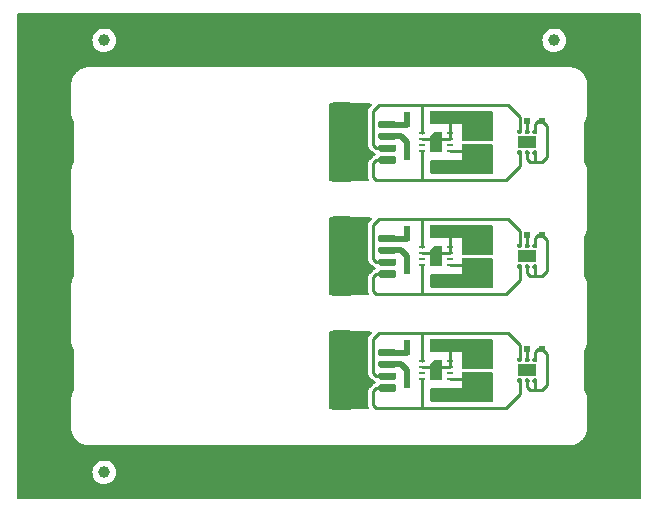
<source format=gtl>
G04 #@! TF.GenerationSoftware,KiCad,Pcbnew,6.0.2+dfsg-1*
G04 #@! TF.CreationDate,2023-06-21T21:46:00-06:00*
G04 #@! TF.ProjectId,i2c-wxsns-array,6932632d-7778-4736-9e73-2d6172726179,rev?*
G04 #@! TF.SameCoordinates,Original*
G04 #@! TF.FileFunction,Copper,L1,Top*
G04 #@! TF.FilePolarity,Positive*
%FSLAX46Y46*%
G04 Gerber Fmt 4.6, Leading zero omitted, Abs format (unit mm)*
G04 Created by KiCad (PCBNEW 6.0.2+dfsg-1) date 2023-06-21 21:46:00*
%MOMM*%
%LPD*%
G01*
G04 APERTURE LIST*
G04 #@! TA.AperFunction,SMDPad,CuDef*
%ADD10R,0.550000X0.250000*%
G04 #@! TD*
G04 #@! TA.AperFunction,SMDPad,CuDef*
%ADD11C,1.000000*%
G04 #@! TD*
G04 #@! TA.AperFunction,SMDPad,CuDef*
%ADD12R,1.600000X1.000000*%
G04 #@! TD*
G04 #@! TA.AperFunction,ViaPad*
%ADD13C,0.609600*%
G04 #@! TD*
G04 #@! TA.AperFunction,Conductor*
%ADD14C,0.254000*%
G04 #@! TD*
G04 #@! TA.AperFunction,Conductor*
%ADD15C,0.508000*%
G04 #@! TD*
G04 APERTURE END LIST*
D10*
X49544000Y-25422000D03*
X49544000Y-25922000D03*
X49544000Y-26422000D03*
X49544000Y-26922000D03*
X51894000Y-26922000D03*
X51894000Y-26422000D03*
X51894000Y-25922000D03*
X51894000Y-25422000D03*
G04 #@! TA.AperFunction,SMDPad,CuDef*
G36*
X51219000Y-27022000D02*
G01*
X50219000Y-27022000D01*
X50219000Y-25622000D01*
X50519000Y-25322000D01*
X51219000Y-25322000D01*
X51219000Y-27022000D01*
G37*
G04 #@! TD.AperFunction*
D11*
X60720000Y-17540000D03*
G04 #@! TA.AperFunction,SMDPad,CuDef*
G36*
G01*
X45966000Y-24376000D02*
X47216000Y-24376000D01*
G75*
G02*
X47366000Y-24526000I0J-150000D01*
G01*
X47366000Y-24826000D01*
G75*
G02*
X47216000Y-24976000I-150000J0D01*
G01*
X45966000Y-24976000D01*
G75*
G02*
X45816000Y-24826000I0J150000D01*
G01*
X45816000Y-24526000D01*
G75*
G02*
X45966000Y-24376000I150000J0D01*
G01*
G37*
G04 #@! TD.AperFunction*
G04 #@! TA.AperFunction,SMDPad,CuDef*
G36*
G01*
X45966000Y-25376000D02*
X47216000Y-25376000D01*
G75*
G02*
X47366000Y-25526000I0J-150000D01*
G01*
X47366000Y-25826000D01*
G75*
G02*
X47216000Y-25976000I-150000J0D01*
G01*
X45966000Y-25976000D01*
G75*
G02*
X45816000Y-25826000I0J150000D01*
G01*
X45816000Y-25526000D01*
G75*
G02*
X45966000Y-25376000I150000J0D01*
G01*
G37*
G04 #@! TD.AperFunction*
G04 #@! TA.AperFunction,SMDPad,CuDef*
G36*
G01*
X45966000Y-26376000D02*
X47216000Y-26376000D01*
G75*
G02*
X47366000Y-26526000I0J-150000D01*
G01*
X47366000Y-26826000D01*
G75*
G02*
X47216000Y-26976000I-150000J0D01*
G01*
X45966000Y-26976000D01*
G75*
G02*
X45816000Y-26826000I0J150000D01*
G01*
X45816000Y-26526000D01*
G75*
G02*
X45966000Y-26376000I150000J0D01*
G01*
G37*
G04 #@! TD.AperFunction*
G04 #@! TA.AperFunction,SMDPad,CuDef*
G36*
G01*
X45966000Y-27376000D02*
X47216000Y-27376000D01*
G75*
G02*
X47366000Y-27526000I0J-150000D01*
G01*
X47366000Y-27826000D01*
G75*
G02*
X47216000Y-27976000I-150000J0D01*
G01*
X45966000Y-27976000D01*
G75*
G02*
X45816000Y-27826000I0J150000D01*
G01*
X45816000Y-27526000D01*
G75*
G02*
X45966000Y-27376000I150000J0D01*
G01*
G37*
G04 #@! TD.AperFunction*
G04 #@! TA.AperFunction,SMDPad,CuDef*
G36*
G01*
X42066000Y-28376000D02*
X43366000Y-28376000D01*
G75*
G02*
X43616000Y-28626000I0J-250000D01*
G01*
X43616000Y-29326000D01*
G75*
G02*
X43366000Y-29576000I-250000J0D01*
G01*
X42066000Y-29576000D01*
G75*
G02*
X41816000Y-29326000I0J250000D01*
G01*
X41816000Y-28626000D01*
G75*
G02*
X42066000Y-28376000I250000J0D01*
G01*
G37*
G04 #@! TD.AperFunction*
G04 #@! TA.AperFunction,SMDPad,CuDef*
G36*
G01*
X42066000Y-22776000D02*
X43366000Y-22776000D01*
G75*
G02*
X43616000Y-23026000I0J-250000D01*
G01*
X43616000Y-23726000D01*
G75*
G02*
X43366000Y-23976000I-250000J0D01*
G01*
X42066000Y-23976000D01*
G75*
G02*
X41816000Y-23726000I0J250000D01*
G01*
X41816000Y-23026000D01*
G75*
G02*
X42066000Y-22776000I250000J0D01*
G01*
G37*
G04 #@! TD.AperFunction*
G04 #@! TA.AperFunction,SMDPad,CuDef*
G36*
G01*
X57890250Y-46551000D02*
X57677750Y-46551000D01*
G75*
G02*
X57584000Y-46457250I0J93750D01*
G01*
X57584000Y-46269750D01*
G75*
G02*
X57677750Y-46176000I93750J0D01*
G01*
X57890250Y-46176000D01*
G75*
G02*
X57984000Y-46269750I0J-93750D01*
G01*
X57984000Y-46457250D01*
G75*
G02*
X57890250Y-46551000I-93750J0D01*
G01*
G37*
G04 #@! TD.AperFunction*
G04 #@! TA.AperFunction,SMDPad,CuDef*
G36*
G01*
X58540250Y-46551000D02*
X58327750Y-46551000D01*
G75*
G02*
X58234000Y-46457250I0J93750D01*
G01*
X58234000Y-46269750D01*
G75*
G02*
X58327750Y-46176000I93750J0D01*
G01*
X58540250Y-46176000D01*
G75*
G02*
X58634000Y-46269750I0J-93750D01*
G01*
X58634000Y-46457250D01*
G75*
G02*
X58540250Y-46551000I-93750J0D01*
G01*
G37*
G04 #@! TD.AperFunction*
G04 #@! TA.AperFunction,SMDPad,CuDef*
G36*
G01*
X59190250Y-46551000D02*
X58977750Y-46551000D01*
G75*
G02*
X58884000Y-46457250I0J93750D01*
G01*
X58884000Y-46269750D01*
G75*
G02*
X58977750Y-46176000I93750J0D01*
G01*
X59190250Y-46176000D01*
G75*
G02*
X59284000Y-46269750I0J-93750D01*
G01*
X59284000Y-46457250D01*
G75*
G02*
X59190250Y-46551000I-93750J0D01*
G01*
G37*
G04 #@! TD.AperFunction*
G04 #@! TA.AperFunction,SMDPad,CuDef*
G36*
G01*
X59190250Y-44776000D02*
X58977750Y-44776000D01*
G75*
G02*
X58884000Y-44682250I0J93750D01*
G01*
X58884000Y-44494750D01*
G75*
G02*
X58977750Y-44401000I93750J0D01*
G01*
X59190250Y-44401000D01*
G75*
G02*
X59284000Y-44494750I0J-93750D01*
G01*
X59284000Y-44682250D01*
G75*
G02*
X59190250Y-44776000I-93750J0D01*
G01*
G37*
G04 #@! TD.AperFunction*
G04 #@! TA.AperFunction,SMDPad,CuDef*
G36*
G01*
X58540250Y-44776000D02*
X58327750Y-44776000D01*
G75*
G02*
X58234000Y-44682250I0J93750D01*
G01*
X58234000Y-44494750D01*
G75*
G02*
X58327750Y-44401000I93750J0D01*
G01*
X58540250Y-44401000D01*
G75*
G02*
X58634000Y-44494750I0J-93750D01*
G01*
X58634000Y-44682250D01*
G75*
G02*
X58540250Y-44776000I-93750J0D01*
G01*
G37*
G04 #@! TD.AperFunction*
G04 #@! TA.AperFunction,SMDPad,CuDef*
G36*
G01*
X57890250Y-44776000D02*
X57677750Y-44776000D01*
G75*
G02*
X57584000Y-44682250I0J93750D01*
G01*
X57584000Y-44494750D01*
G75*
G02*
X57677750Y-44401000I93750J0D01*
G01*
X57890250Y-44401000D01*
G75*
G02*
X57984000Y-44494750I0J-93750D01*
G01*
X57984000Y-44682250D01*
G75*
G02*
X57890250Y-44776000I-93750J0D01*
G01*
G37*
G04 #@! TD.AperFunction*
D12*
X58434000Y-45476000D03*
D10*
X49544000Y-44726000D03*
X49544000Y-45226000D03*
X49544000Y-45726000D03*
X49544000Y-46226000D03*
X51894000Y-46226000D03*
X51894000Y-45726000D03*
X51894000Y-45226000D03*
X51894000Y-44726000D03*
G04 #@! TA.AperFunction,SMDPad,CuDef*
G36*
X51219000Y-46326000D02*
G01*
X50219000Y-46326000D01*
X50219000Y-44926000D01*
X50519000Y-44626000D01*
X51219000Y-44626000D01*
X51219000Y-46326000D01*
G37*
G04 #@! TD.AperFunction*
G04 #@! TA.AperFunction,SMDPad,CuDef*
G36*
G01*
X57890250Y-27247000D02*
X57677750Y-27247000D01*
G75*
G02*
X57584000Y-27153250I0J93750D01*
G01*
X57584000Y-26965750D01*
G75*
G02*
X57677750Y-26872000I93750J0D01*
G01*
X57890250Y-26872000D01*
G75*
G02*
X57984000Y-26965750I0J-93750D01*
G01*
X57984000Y-27153250D01*
G75*
G02*
X57890250Y-27247000I-93750J0D01*
G01*
G37*
G04 #@! TD.AperFunction*
G04 #@! TA.AperFunction,SMDPad,CuDef*
G36*
G01*
X58540250Y-27247000D02*
X58327750Y-27247000D01*
G75*
G02*
X58234000Y-27153250I0J93750D01*
G01*
X58234000Y-26965750D01*
G75*
G02*
X58327750Y-26872000I93750J0D01*
G01*
X58540250Y-26872000D01*
G75*
G02*
X58634000Y-26965750I0J-93750D01*
G01*
X58634000Y-27153250D01*
G75*
G02*
X58540250Y-27247000I-93750J0D01*
G01*
G37*
G04 #@! TD.AperFunction*
G04 #@! TA.AperFunction,SMDPad,CuDef*
G36*
G01*
X59190250Y-27247000D02*
X58977750Y-27247000D01*
G75*
G02*
X58884000Y-27153250I0J93750D01*
G01*
X58884000Y-26965750D01*
G75*
G02*
X58977750Y-26872000I93750J0D01*
G01*
X59190250Y-26872000D01*
G75*
G02*
X59284000Y-26965750I0J-93750D01*
G01*
X59284000Y-27153250D01*
G75*
G02*
X59190250Y-27247000I-93750J0D01*
G01*
G37*
G04 #@! TD.AperFunction*
G04 #@! TA.AperFunction,SMDPad,CuDef*
G36*
G01*
X59190250Y-25472000D02*
X58977750Y-25472000D01*
G75*
G02*
X58884000Y-25378250I0J93750D01*
G01*
X58884000Y-25190750D01*
G75*
G02*
X58977750Y-25097000I93750J0D01*
G01*
X59190250Y-25097000D01*
G75*
G02*
X59284000Y-25190750I0J-93750D01*
G01*
X59284000Y-25378250D01*
G75*
G02*
X59190250Y-25472000I-93750J0D01*
G01*
G37*
G04 #@! TD.AperFunction*
G04 #@! TA.AperFunction,SMDPad,CuDef*
G36*
G01*
X58540250Y-25472000D02*
X58327750Y-25472000D01*
G75*
G02*
X58234000Y-25378250I0J93750D01*
G01*
X58234000Y-25190750D01*
G75*
G02*
X58327750Y-25097000I93750J0D01*
G01*
X58540250Y-25097000D01*
G75*
G02*
X58634000Y-25190750I0J-93750D01*
G01*
X58634000Y-25378250D01*
G75*
G02*
X58540250Y-25472000I-93750J0D01*
G01*
G37*
G04 #@! TD.AperFunction*
G04 #@! TA.AperFunction,SMDPad,CuDef*
G36*
G01*
X57890250Y-25472000D02*
X57677750Y-25472000D01*
G75*
G02*
X57584000Y-25378250I0J93750D01*
G01*
X57584000Y-25190750D01*
G75*
G02*
X57677750Y-25097000I93750J0D01*
G01*
X57890250Y-25097000D01*
G75*
G02*
X57984000Y-25190750I0J-93750D01*
G01*
X57984000Y-25378250D01*
G75*
G02*
X57890250Y-25472000I-93750J0D01*
G01*
G37*
G04 #@! TD.AperFunction*
D12*
X58434000Y-26172000D03*
G04 #@! TA.AperFunction,SMDPad,CuDef*
G36*
G01*
X54972000Y-27622000D02*
X54022000Y-27622000D01*
G75*
G02*
X53772000Y-27372000I0J250000D01*
G01*
X53772000Y-26872000D01*
G75*
G02*
X54022000Y-26622000I250000J0D01*
G01*
X54972000Y-26622000D01*
G75*
G02*
X55222000Y-26872000I0J-250000D01*
G01*
X55222000Y-27372000D01*
G75*
G02*
X54972000Y-27622000I-250000J0D01*
G01*
G37*
G04 #@! TD.AperFunction*
G04 #@! TA.AperFunction,SMDPad,CuDef*
G36*
G01*
X54972000Y-25722000D02*
X54022000Y-25722000D01*
G75*
G02*
X53772000Y-25472000I0J250000D01*
G01*
X53772000Y-24972000D01*
G75*
G02*
X54022000Y-24722000I250000J0D01*
G01*
X54972000Y-24722000D01*
G75*
G02*
X55222000Y-24972000I0J-250000D01*
G01*
X55222000Y-25472000D01*
G75*
G02*
X54972000Y-25722000I-250000J0D01*
G01*
G37*
G04 #@! TD.AperFunction*
G04 #@! TA.AperFunction,SMDPad,CuDef*
G36*
G01*
X57890250Y-36899000D02*
X57677750Y-36899000D01*
G75*
G02*
X57584000Y-36805250I0J93750D01*
G01*
X57584000Y-36617750D01*
G75*
G02*
X57677750Y-36524000I93750J0D01*
G01*
X57890250Y-36524000D01*
G75*
G02*
X57984000Y-36617750I0J-93750D01*
G01*
X57984000Y-36805250D01*
G75*
G02*
X57890250Y-36899000I-93750J0D01*
G01*
G37*
G04 #@! TD.AperFunction*
G04 #@! TA.AperFunction,SMDPad,CuDef*
G36*
G01*
X58540250Y-36899000D02*
X58327750Y-36899000D01*
G75*
G02*
X58234000Y-36805250I0J93750D01*
G01*
X58234000Y-36617750D01*
G75*
G02*
X58327750Y-36524000I93750J0D01*
G01*
X58540250Y-36524000D01*
G75*
G02*
X58634000Y-36617750I0J-93750D01*
G01*
X58634000Y-36805250D01*
G75*
G02*
X58540250Y-36899000I-93750J0D01*
G01*
G37*
G04 #@! TD.AperFunction*
G04 #@! TA.AperFunction,SMDPad,CuDef*
G36*
G01*
X59190250Y-36899000D02*
X58977750Y-36899000D01*
G75*
G02*
X58884000Y-36805250I0J93750D01*
G01*
X58884000Y-36617750D01*
G75*
G02*
X58977750Y-36524000I93750J0D01*
G01*
X59190250Y-36524000D01*
G75*
G02*
X59284000Y-36617750I0J-93750D01*
G01*
X59284000Y-36805250D01*
G75*
G02*
X59190250Y-36899000I-93750J0D01*
G01*
G37*
G04 #@! TD.AperFunction*
G04 #@! TA.AperFunction,SMDPad,CuDef*
G36*
G01*
X59190250Y-35124000D02*
X58977750Y-35124000D01*
G75*
G02*
X58884000Y-35030250I0J93750D01*
G01*
X58884000Y-34842750D01*
G75*
G02*
X58977750Y-34749000I93750J0D01*
G01*
X59190250Y-34749000D01*
G75*
G02*
X59284000Y-34842750I0J-93750D01*
G01*
X59284000Y-35030250D01*
G75*
G02*
X59190250Y-35124000I-93750J0D01*
G01*
G37*
G04 #@! TD.AperFunction*
G04 #@! TA.AperFunction,SMDPad,CuDef*
G36*
G01*
X58540250Y-35124000D02*
X58327750Y-35124000D01*
G75*
G02*
X58234000Y-35030250I0J93750D01*
G01*
X58234000Y-34842750D01*
G75*
G02*
X58327750Y-34749000I93750J0D01*
G01*
X58540250Y-34749000D01*
G75*
G02*
X58634000Y-34842750I0J-93750D01*
G01*
X58634000Y-35030250D01*
G75*
G02*
X58540250Y-35124000I-93750J0D01*
G01*
G37*
G04 #@! TD.AperFunction*
G04 #@! TA.AperFunction,SMDPad,CuDef*
G36*
G01*
X57890250Y-35124000D02*
X57677750Y-35124000D01*
G75*
G02*
X57584000Y-35030250I0J93750D01*
G01*
X57584000Y-34842750D01*
G75*
G02*
X57677750Y-34749000I93750J0D01*
G01*
X57890250Y-34749000D01*
G75*
G02*
X57984000Y-34842750I0J-93750D01*
G01*
X57984000Y-35030250D01*
G75*
G02*
X57890250Y-35124000I-93750J0D01*
G01*
G37*
G04 #@! TD.AperFunction*
X58434000Y-35824000D03*
G04 #@! TA.AperFunction,SMDPad,CuDef*
G36*
G01*
X54972000Y-37274000D02*
X54022000Y-37274000D01*
G75*
G02*
X53772000Y-37024000I0J250000D01*
G01*
X53772000Y-36524000D01*
G75*
G02*
X54022000Y-36274000I250000J0D01*
G01*
X54972000Y-36274000D01*
G75*
G02*
X55222000Y-36524000I0J-250000D01*
G01*
X55222000Y-37024000D01*
G75*
G02*
X54972000Y-37274000I-250000J0D01*
G01*
G37*
G04 #@! TD.AperFunction*
G04 #@! TA.AperFunction,SMDPad,CuDef*
G36*
G01*
X54972000Y-35374000D02*
X54022000Y-35374000D01*
G75*
G02*
X53772000Y-35124000I0J250000D01*
G01*
X53772000Y-34624000D01*
G75*
G02*
X54022000Y-34374000I250000J0D01*
G01*
X54972000Y-34374000D01*
G75*
G02*
X55222000Y-34624000I0J-250000D01*
G01*
X55222000Y-35124000D01*
G75*
G02*
X54972000Y-35374000I-250000J0D01*
G01*
G37*
G04 #@! TD.AperFunction*
G04 #@! TA.AperFunction,SMDPad,CuDef*
G36*
G01*
X45966000Y-43680000D02*
X47216000Y-43680000D01*
G75*
G02*
X47366000Y-43830000I0J-150000D01*
G01*
X47366000Y-44130000D01*
G75*
G02*
X47216000Y-44280000I-150000J0D01*
G01*
X45966000Y-44280000D01*
G75*
G02*
X45816000Y-44130000I0J150000D01*
G01*
X45816000Y-43830000D01*
G75*
G02*
X45966000Y-43680000I150000J0D01*
G01*
G37*
G04 #@! TD.AperFunction*
G04 #@! TA.AperFunction,SMDPad,CuDef*
G36*
G01*
X45966000Y-44680000D02*
X47216000Y-44680000D01*
G75*
G02*
X47366000Y-44830000I0J-150000D01*
G01*
X47366000Y-45130000D01*
G75*
G02*
X47216000Y-45280000I-150000J0D01*
G01*
X45966000Y-45280000D01*
G75*
G02*
X45816000Y-45130000I0J150000D01*
G01*
X45816000Y-44830000D01*
G75*
G02*
X45966000Y-44680000I150000J0D01*
G01*
G37*
G04 #@! TD.AperFunction*
G04 #@! TA.AperFunction,SMDPad,CuDef*
G36*
G01*
X45966000Y-45680000D02*
X47216000Y-45680000D01*
G75*
G02*
X47366000Y-45830000I0J-150000D01*
G01*
X47366000Y-46130000D01*
G75*
G02*
X47216000Y-46280000I-150000J0D01*
G01*
X45966000Y-46280000D01*
G75*
G02*
X45816000Y-46130000I0J150000D01*
G01*
X45816000Y-45830000D01*
G75*
G02*
X45966000Y-45680000I150000J0D01*
G01*
G37*
G04 #@! TD.AperFunction*
G04 #@! TA.AperFunction,SMDPad,CuDef*
G36*
G01*
X45966000Y-46680000D02*
X47216000Y-46680000D01*
G75*
G02*
X47366000Y-46830000I0J-150000D01*
G01*
X47366000Y-47130000D01*
G75*
G02*
X47216000Y-47280000I-150000J0D01*
G01*
X45966000Y-47280000D01*
G75*
G02*
X45816000Y-47130000I0J150000D01*
G01*
X45816000Y-46830000D01*
G75*
G02*
X45966000Y-46680000I150000J0D01*
G01*
G37*
G04 #@! TD.AperFunction*
G04 #@! TA.AperFunction,SMDPad,CuDef*
G36*
G01*
X42066000Y-42080000D02*
X43366000Y-42080000D01*
G75*
G02*
X43616000Y-42330000I0J-250000D01*
G01*
X43616000Y-43030000D01*
G75*
G02*
X43366000Y-43280000I-250000J0D01*
G01*
X42066000Y-43280000D01*
G75*
G02*
X41816000Y-43030000I0J250000D01*
G01*
X41816000Y-42330000D01*
G75*
G02*
X42066000Y-42080000I250000J0D01*
G01*
G37*
G04 #@! TD.AperFunction*
G04 #@! TA.AperFunction,SMDPad,CuDef*
G36*
G01*
X42066000Y-47680000D02*
X43366000Y-47680000D01*
G75*
G02*
X43616000Y-47930000I0J-250000D01*
G01*
X43616000Y-48630000D01*
G75*
G02*
X43366000Y-48880000I-250000J0D01*
G01*
X42066000Y-48880000D01*
G75*
G02*
X41816000Y-48630000I0J250000D01*
G01*
X41816000Y-47930000D01*
G75*
G02*
X42066000Y-47680000I250000J0D01*
G01*
G37*
G04 #@! TD.AperFunction*
D11*
X22620000Y-54116000D03*
G04 #@! TA.AperFunction,SMDPad,CuDef*
G36*
G01*
X45966000Y-34028000D02*
X47216000Y-34028000D01*
G75*
G02*
X47366000Y-34178000I0J-150000D01*
G01*
X47366000Y-34478000D01*
G75*
G02*
X47216000Y-34628000I-150000J0D01*
G01*
X45966000Y-34628000D01*
G75*
G02*
X45816000Y-34478000I0J150000D01*
G01*
X45816000Y-34178000D01*
G75*
G02*
X45966000Y-34028000I150000J0D01*
G01*
G37*
G04 #@! TD.AperFunction*
G04 #@! TA.AperFunction,SMDPad,CuDef*
G36*
G01*
X45966000Y-35028000D02*
X47216000Y-35028000D01*
G75*
G02*
X47366000Y-35178000I0J-150000D01*
G01*
X47366000Y-35478000D01*
G75*
G02*
X47216000Y-35628000I-150000J0D01*
G01*
X45966000Y-35628000D01*
G75*
G02*
X45816000Y-35478000I0J150000D01*
G01*
X45816000Y-35178000D01*
G75*
G02*
X45966000Y-35028000I150000J0D01*
G01*
G37*
G04 #@! TD.AperFunction*
G04 #@! TA.AperFunction,SMDPad,CuDef*
G36*
G01*
X45966000Y-36028000D02*
X47216000Y-36028000D01*
G75*
G02*
X47366000Y-36178000I0J-150000D01*
G01*
X47366000Y-36478000D01*
G75*
G02*
X47216000Y-36628000I-150000J0D01*
G01*
X45966000Y-36628000D01*
G75*
G02*
X45816000Y-36478000I0J150000D01*
G01*
X45816000Y-36178000D01*
G75*
G02*
X45966000Y-36028000I150000J0D01*
G01*
G37*
G04 #@! TD.AperFunction*
G04 #@! TA.AperFunction,SMDPad,CuDef*
G36*
G01*
X45966000Y-37028000D02*
X47216000Y-37028000D01*
G75*
G02*
X47366000Y-37178000I0J-150000D01*
G01*
X47366000Y-37478000D01*
G75*
G02*
X47216000Y-37628000I-150000J0D01*
G01*
X45966000Y-37628000D01*
G75*
G02*
X45816000Y-37478000I0J150000D01*
G01*
X45816000Y-37178000D01*
G75*
G02*
X45966000Y-37028000I150000J0D01*
G01*
G37*
G04 #@! TD.AperFunction*
G04 #@! TA.AperFunction,SMDPad,CuDef*
G36*
G01*
X42066000Y-38028000D02*
X43366000Y-38028000D01*
G75*
G02*
X43616000Y-38278000I0J-250000D01*
G01*
X43616000Y-38978000D01*
G75*
G02*
X43366000Y-39228000I-250000J0D01*
G01*
X42066000Y-39228000D01*
G75*
G02*
X41816000Y-38978000I0J250000D01*
G01*
X41816000Y-38278000D01*
G75*
G02*
X42066000Y-38028000I250000J0D01*
G01*
G37*
G04 #@! TD.AperFunction*
G04 #@! TA.AperFunction,SMDPad,CuDef*
G36*
G01*
X42066000Y-32428000D02*
X43366000Y-32428000D01*
G75*
G02*
X43616000Y-32678000I0J-250000D01*
G01*
X43616000Y-33378000D01*
G75*
G02*
X43366000Y-33628000I-250000J0D01*
G01*
X42066000Y-33628000D01*
G75*
G02*
X41816000Y-33378000I0J250000D01*
G01*
X41816000Y-32678000D01*
G75*
G02*
X42066000Y-32428000I250000J0D01*
G01*
G37*
G04 #@! TD.AperFunction*
X22620000Y-17540000D03*
G04 #@! TA.AperFunction,SMDPad,CuDef*
G36*
G01*
X54972000Y-46926000D02*
X54022000Y-46926000D01*
G75*
G02*
X53772000Y-46676000I0J250000D01*
G01*
X53772000Y-46176000D01*
G75*
G02*
X54022000Y-45926000I250000J0D01*
G01*
X54972000Y-45926000D01*
G75*
G02*
X55222000Y-46176000I0J-250000D01*
G01*
X55222000Y-46676000D01*
G75*
G02*
X54972000Y-46926000I-250000J0D01*
G01*
G37*
G04 #@! TD.AperFunction*
G04 #@! TA.AperFunction,SMDPad,CuDef*
G36*
G01*
X54972000Y-45026000D02*
X54022000Y-45026000D01*
G75*
G02*
X53772000Y-44776000I0J250000D01*
G01*
X53772000Y-44276000D01*
G75*
G02*
X54022000Y-44026000I250000J0D01*
G01*
X54972000Y-44026000D01*
G75*
G02*
X55222000Y-44276000I0J-250000D01*
G01*
X55222000Y-44776000D01*
G75*
G02*
X54972000Y-45026000I-250000J0D01*
G01*
G37*
G04 #@! TD.AperFunction*
D10*
X49544000Y-35074000D03*
X49544000Y-35574000D03*
X49544000Y-36074000D03*
X49544000Y-36574000D03*
X51894000Y-36574000D03*
X51894000Y-36074000D03*
X51894000Y-35574000D03*
X51894000Y-35074000D03*
G04 #@! TA.AperFunction,SMDPad,CuDef*
G36*
X51219000Y-36674000D02*
G01*
X50219000Y-36674000D01*
X50219000Y-35274000D01*
X50519000Y-34974000D01*
X51219000Y-34974000D01*
X51219000Y-36674000D01*
G37*
G04 #@! TD.AperFunction*
D13*
X58434000Y-24398000D03*
X48274000Y-26684000D03*
X51227000Y-28204000D03*
X51989000Y-28204000D03*
X48274000Y-27446000D03*
X52751000Y-28204000D03*
X51989000Y-24140000D03*
X48274000Y-24652000D03*
X52751000Y-24140000D03*
X59704000Y-24398000D03*
X51227000Y-24140000D03*
X48274000Y-23890000D03*
X58434000Y-34050000D03*
X48274000Y-36336000D03*
X51227000Y-37856000D03*
X51989000Y-37856000D03*
X48274000Y-37098000D03*
X52751000Y-37856000D03*
X51989000Y-33792000D03*
X48274000Y-34304000D03*
X52751000Y-33792000D03*
X59704000Y-34050000D03*
X51227000Y-33792000D03*
X48274000Y-33542000D03*
X58434000Y-43702000D03*
X48274000Y-45988000D03*
X51227000Y-47508000D03*
X51989000Y-47508000D03*
X48274000Y-46750000D03*
X52751000Y-47508000D03*
X51989000Y-43444000D03*
X48274000Y-43956000D03*
X52751000Y-43444000D03*
X59704000Y-43702000D03*
X51227000Y-43444000D03*
X48274000Y-43194000D03*
D14*
X57784000Y-28223000D02*
X57784000Y-27059500D01*
X45353000Y-27954000D02*
X45353000Y-29097000D01*
X56656000Y-29351000D02*
X49544000Y-29351000D01*
X49544000Y-29351000D02*
X45607000Y-29351000D01*
X46591000Y-27676000D02*
X45631000Y-27676000D01*
X56656000Y-29351000D02*
X57784000Y-28223000D01*
X45631000Y-27676000D02*
X45353000Y-27954000D01*
X49544000Y-29351000D02*
X49544000Y-26922000D01*
X45353000Y-29097000D02*
X45607000Y-29351000D01*
X49544000Y-23001000D02*
X45861000Y-23001000D01*
X56783000Y-23001000D02*
X49544000Y-23001000D01*
X45861000Y-23001000D02*
X45353000Y-23509000D01*
X57784000Y-24002000D02*
X56783000Y-23001000D01*
X45353000Y-23509000D02*
X45353000Y-26430000D01*
X45353000Y-26430000D02*
X45599000Y-26676000D01*
X57784000Y-25284500D02*
X57784000Y-24002000D01*
X45599000Y-26676000D02*
X46591000Y-26676000D01*
X49544000Y-23001000D02*
X49544000Y-25422000D01*
X51894000Y-26922000D02*
X53247000Y-26922000D01*
D15*
X47774000Y-25676000D02*
X46591000Y-25676000D01*
X48274000Y-26176000D02*
X47774000Y-25676000D01*
D14*
X58434000Y-25284500D02*
X58434000Y-24398000D01*
D15*
X48274000Y-27446000D02*
X48274000Y-26176000D01*
D14*
X59323000Y-24398000D02*
X59084000Y-24637000D01*
X50469000Y-25922000D02*
X50719000Y-26172000D01*
D15*
X48250000Y-24676000D02*
X48274000Y-24652000D01*
D14*
X59069000Y-27827000D02*
X59069000Y-27074500D01*
X58688000Y-27827000D02*
X59069000Y-27827000D01*
X59069000Y-27827000D02*
X59704000Y-27827000D01*
X59704000Y-27827000D02*
X60085000Y-27446000D01*
X59069000Y-27074500D02*
X59084000Y-27059500D01*
X60085000Y-27446000D02*
X60085000Y-24779000D01*
X59084000Y-24637000D02*
X59084000Y-25284500D01*
X51894000Y-25922000D02*
X51894000Y-24235000D01*
X49544000Y-25922000D02*
X50469000Y-25922000D01*
X58434000Y-27573000D02*
X58688000Y-27827000D01*
D15*
X46591000Y-24676000D02*
X48250000Y-24676000D01*
X48274000Y-23890000D02*
X48274000Y-24652000D01*
D14*
X51894000Y-25922000D02*
X50969000Y-25922000D01*
X58434000Y-27059500D02*
X58434000Y-27573000D01*
X60085000Y-24779000D02*
X59704000Y-24398000D01*
X59704000Y-24398000D02*
X59323000Y-24398000D01*
X57784000Y-37875000D02*
X57784000Y-36711500D01*
X45353000Y-37606000D02*
X45353000Y-38749000D01*
X56656000Y-39003000D02*
X49544000Y-39003000D01*
X49544000Y-39003000D02*
X45607000Y-39003000D01*
X46591000Y-37328000D02*
X45631000Y-37328000D01*
X56656000Y-39003000D02*
X57784000Y-37875000D01*
X45631000Y-37328000D02*
X45353000Y-37606000D01*
X49544000Y-39003000D02*
X49544000Y-36574000D01*
X45353000Y-38749000D02*
X45607000Y-39003000D01*
X49544000Y-32653000D02*
X45861000Y-32653000D01*
X56783000Y-32653000D02*
X49544000Y-32653000D01*
X45861000Y-32653000D02*
X45353000Y-33161000D01*
X57784000Y-33654000D02*
X56783000Y-32653000D01*
X45353000Y-33161000D02*
X45353000Y-36082000D01*
X45353000Y-36082000D02*
X45599000Y-36328000D01*
X57784000Y-34936500D02*
X57784000Y-33654000D01*
X45599000Y-36328000D02*
X46591000Y-36328000D01*
X49544000Y-32653000D02*
X49544000Y-35074000D01*
X51894000Y-36574000D02*
X53247000Y-36574000D01*
D15*
X47774000Y-35328000D02*
X46591000Y-35328000D01*
X48274000Y-35828000D02*
X47774000Y-35328000D01*
D14*
X58434000Y-34936500D02*
X58434000Y-34050000D01*
D15*
X48274000Y-37098000D02*
X48274000Y-35828000D01*
D14*
X59323000Y-34050000D02*
X59084000Y-34289000D01*
X50469000Y-35574000D02*
X50719000Y-35824000D01*
D15*
X48250000Y-34328000D02*
X48274000Y-34304000D01*
D14*
X59069000Y-37479000D02*
X59069000Y-36726500D01*
X58688000Y-37479000D02*
X59069000Y-37479000D01*
X59069000Y-37479000D02*
X59704000Y-37479000D01*
X59704000Y-37479000D02*
X60085000Y-37098000D01*
X59069000Y-36726500D02*
X59084000Y-36711500D01*
X60085000Y-37098000D02*
X60085000Y-34431000D01*
X59084000Y-34289000D02*
X59084000Y-34936500D01*
X51894000Y-35574000D02*
X51894000Y-33887000D01*
X49544000Y-35574000D02*
X50469000Y-35574000D01*
X58434000Y-37225000D02*
X58688000Y-37479000D01*
D15*
X46591000Y-34328000D02*
X48250000Y-34328000D01*
X48274000Y-33542000D02*
X48274000Y-34304000D01*
D14*
X51894000Y-35574000D02*
X50969000Y-35574000D01*
X58434000Y-36711500D02*
X58434000Y-37225000D01*
X60085000Y-34431000D02*
X59704000Y-34050000D01*
X59704000Y-34050000D02*
X59323000Y-34050000D01*
X57784000Y-47527000D02*
X57784000Y-46363500D01*
X45353000Y-47258000D02*
X45353000Y-48401000D01*
X56656000Y-48655000D02*
X49544000Y-48655000D01*
X49544000Y-48655000D02*
X45607000Y-48655000D01*
X46591000Y-46980000D02*
X45631000Y-46980000D01*
X56656000Y-48655000D02*
X57784000Y-47527000D01*
X45631000Y-46980000D02*
X45353000Y-47258000D01*
X49544000Y-48655000D02*
X49544000Y-46226000D01*
X45353000Y-48401000D02*
X45607000Y-48655000D01*
X49544000Y-42305000D02*
X45861000Y-42305000D01*
X56783000Y-42305000D02*
X49544000Y-42305000D01*
X45861000Y-42305000D02*
X45353000Y-42813000D01*
X57784000Y-43306000D02*
X56783000Y-42305000D01*
X45353000Y-42813000D02*
X45353000Y-45734000D01*
X45353000Y-45734000D02*
X45599000Y-45980000D01*
X57784000Y-44588500D02*
X57784000Y-43306000D01*
X45599000Y-45980000D02*
X46591000Y-45980000D01*
X49544000Y-42305000D02*
X49544000Y-44726000D01*
X51894000Y-46226000D02*
X53247000Y-46226000D01*
D15*
X47774000Y-44980000D02*
X46591000Y-44980000D01*
X48274000Y-45480000D02*
X47774000Y-44980000D01*
D14*
X58434000Y-44588500D02*
X58434000Y-43702000D01*
D15*
X48274000Y-46750000D02*
X48274000Y-45480000D01*
D14*
X59323000Y-43702000D02*
X59084000Y-43941000D01*
X50469000Y-45226000D02*
X50719000Y-45476000D01*
D15*
X48250000Y-43980000D02*
X48274000Y-43956000D01*
D14*
X59069000Y-47131000D02*
X59069000Y-46378500D01*
X58688000Y-47131000D02*
X59069000Y-47131000D01*
X59069000Y-47131000D02*
X59704000Y-47131000D01*
X59704000Y-47131000D02*
X60085000Y-46750000D01*
X59069000Y-46378500D02*
X59084000Y-46363500D01*
X60085000Y-46750000D02*
X60085000Y-44083000D01*
X59084000Y-43941000D02*
X59084000Y-44588500D01*
X51894000Y-45226000D02*
X51894000Y-43539000D01*
X49544000Y-45226000D02*
X50469000Y-45226000D01*
X58434000Y-46877000D02*
X58688000Y-47131000D01*
D15*
X46591000Y-43980000D02*
X48250000Y-43980000D01*
X48274000Y-43194000D02*
X48274000Y-43956000D01*
D14*
X51894000Y-45226000D02*
X50969000Y-45226000D01*
X58434000Y-46363500D02*
X58434000Y-46877000D01*
X60085000Y-44083000D02*
X59704000Y-43702000D01*
X59704000Y-43702000D02*
X59323000Y-43702000D01*
G04 #@! TA.AperFunction,NonConductor*
G36*
X68028121Y-15274002D02*
G01*
X68074614Y-15327658D01*
X68086000Y-15380000D01*
X68086000Y-56276000D01*
X68065998Y-56344121D01*
X68012342Y-56390614D01*
X67960000Y-56402000D01*
X15380000Y-56402000D01*
X15311879Y-56381998D01*
X15265386Y-56328342D01*
X15254000Y-56276000D01*
X15254000Y-54101963D01*
X21614757Y-54101963D01*
X21631175Y-54297483D01*
X21685258Y-54486091D01*
X21688076Y-54491574D01*
X21772123Y-54655113D01*
X21772126Y-54655117D01*
X21774944Y-54660601D01*
X21896818Y-54814369D01*
X22046238Y-54941535D01*
X22051616Y-54944541D01*
X22051618Y-54944542D01*
X22087932Y-54964837D01*
X22217513Y-55037257D01*
X22404118Y-55097889D01*
X22598946Y-55121121D01*
X22605081Y-55120649D01*
X22605083Y-55120649D01*
X22788434Y-55106541D01*
X22788438Y-55106540D01*
X22794576Y-55106068D01*
X22983556Y-55053303D01*
X23158689Y-54964837D01*
X23188515Y-54941535D01*
X23308453Y-54847829D01*
X23313303Y-54844040D01*
X23343084Y-54809539D01*
X23437485Y-54700173D01*
X23437485Y-54700172D01*
X23441509Y-54695511D01*
X23538425Y-54524909D01*
X23600358Y-54338732D01*
X23624949Y-54144071D01*
X23625341Y-54116000D01*
X23606194Y-53920728D01*
X23604413Y-53914829D01*
X23604412Y-53914824D01*
X23551265Y-53738793D01*
X23549484Y-53732894D01*
X23457370Y-53559653D01*
X23333361Y-53407602D01*
X23182180Y-53282535D01*
X23009585Y-53189213D01*
X22915869Y-53160203D01*
X22828039Y-53133015D01*
X22828036Y-53133014D01*
X22822152Y-53131193D01*
X22816027Y-53130549D01*
X22816026Y-53130549D01*
X22633147Y-53111327D01*
X22633146Y-53111327D01*
X22627019Y-53110683D01*
X22504383Y-53121844D01*
X22437759Y-53127907D01*
X22437758Y-53127907D01*
X22431618Y-53128466D01*
X22425704Y-53130207D01*
X22425702Y-53130207D01*
X22296734Y-53168165D01*
X22243393Y-53183864D01*
X22237928Y-53186721D01*
X22074972Y-53271912D01*
X22074968Y-53271915D01*
X22069512Y-53274767D01*
X22064712Y-53278627D01*
X22064711Y-53278627D01*
X22030326Y-53306273D01*
X21916600Y-53397711D01*
X21790480Y-53548016D01*
X21787516Y-53553408D01*
X21787513Y-53553412D01*
X21708813Y-53696567D01*
X21695956Y-53719954D01*
X21636628Y-53906978D01*
X21614757Y-54101963D01*
X15254000Y-54101963D01*
X15254000Y-50297098D01*
X19825463Y-50297098D01*
X19825615Y-50303291D01*
X19825962Y-50317437D01*
X19826000Y-50320527D01*
X19826000Y-50340894D01*
X19826582Y-50343821D01*
X19826627Y-50344552D01*
X19827057Y-50362048D01*
X19827057Y-50365977D01*
X19826368Y-50371563D01*
X19826823Y-50377734D01*
X19826823Y-50377738D01*
X19827522Y-50387212D01*
X19827825Y-50393381D01*
X19828210Y-50409065D01*
X19829442Y-50414553D01*
X19829826Y-50418453D01*
X19831139Y-50436248D01*
X19831331Y-50440161D01*
X19830918Y-50445763D01*
X19831675Y-50451900D01*
X19831675Y-50451905D01*
X19832838Y-50461331D01*
X19833444Y-50467484D01*
X19834599Y-50483138D01*
X19836099Y-50488557D01*
X19836674Y-50492435D01*
X19838858Y-50510144D01*
X19839241Y-50514032D01*
X19839103Y-50519654D01*
X19840161Y-50525753D01*
X19840162Y-50525761D01*
X19841783Y-50535103D01*
X19842689Y-50541207D01*
X19844612Y-50556799D01*
X19846377Y-50562144D01*
X19847144Y-50566002D01*
X19850190Y-50583550D01*
X19850765Y-50587426D01*
X19850903Y-50593055D01*
X19853919Y-50606486D01*
X19854343Y-50608373D01*
X19855545Y-50614417D01*
X19858229Y-50629885D01*
X19860253Y-50635133D01*
X19861202Y-50638921D01*
X19865113Y-50656332D01*
X19865878Y-50660178D01*
X19866292Y-50665791D01*
X19867944Y-50671760D01*
X19870474Y-50680902D01*
X19871976Y-50686899D01*
X19875416Y-50702215D01*
X19877695Y-50707358D01*
X19878832Y-50711106D01*
X19883595Y-50728315D01*
X19884541Y-50732093D01*
X19885230Y-50737676D01*
X19887171Y-50743552D01*
X19890155Y-50752587D01*
X19891946Y-50758492D01*
X19896132Y-50773615D01*
X19898661Y-50778638D01*
X19899982Y-50782331D01*
X19905574Y-50799262D01*
X19906712Y-50803015D01*
X19907673Y-50808553D01*
X19913318Y-50823187D01*
X19915400Y-50829008D01*
X19918381Y-50838031D01*
X19918383Y-50838036D01*
X19920323Y-50843908D01*
X19923094Y-50848800D01*
X19924600Y-50852436D01*
X19931016Y-50869068D01*
X19932336Y-50872758D01*
X19933567Y-50878239D01*
X19936072Y-50883890D01*
X19936074Y-50883897D01*
X19939920Y-50892574D01*
X19942282Y-50898275D01*
X19945707Y-50907154D01*
X19945710Y-50907159D01*
X19947937Y-50912933D01*
X19950949Y-50917689D01*
X19952629Y-50921241D01*
X19959847Y-50937525D01*
X19961347Y-50941147D01*
X19962848Y-50946572D01*
X19965631Y-50952101D01*
X19965632Y-50952103D01*
X19969909Y-50960599D01*
X19972547Y-50966176D01*
X19978905Y-50980520D01*
X19982144Y-50985120D01*
X19983970Y-50988536D01*
X19992015Y-51004517D01*
X19993684Y-51008046D01*
X19995449Y-51013389D01*
X19998499Y-51018773D01*
X19998500Y-51018775D01*
X20003180Y-51027037D01*
X20006093Y-51032486D01*
X20013149Y-51046503D01*
X20016609Y-51050937D01*
X20018629Y-51054306D01*
X20027410Y-51069806D01*
X20027413Y-51069812D01*
X20029262Y-51073272D01*
X20031287Y-51078520D01*
X20034596Y-51083746D01*
X20034599Y-51083751D01*
X20039685Y-51091782D01*
X20042865Y-51097088D01*
X20050594Y-51110732D01*
X20054270Y-51114994D01*
X20056447Y-51118252D01*
X20056451Y-51118258D01*
X20065976Y-51133300D01*
X20067999Y-51136674D01*
X20070278Y-51141816D01*
X20079315Y-51154647D01*
X20082741Y-51159775D01*
X20091141Y-51173040D01*
X20095014Y-51177108D01*
X20097360Y-51180271D01*
X20107612Y-51194828D01*
X20109801Y-51198104D01*
X20112331Y-51203129D01*
X20116138Y-51208007D01*
X20116139Y-51208009D01*
X20121976Y-51215488D01*
X20125658Y-51220453D01*
X20131137Y-51228233D01*
X20131140Y-51228236D01*
X20134697Y-51233287D01*
X20138772Y-51237167D01*
X20141264Y-51240203D01*
X20152253Y-51254283D01*
X20154564Y-51257399D01*
X20157336Y-51262293D01*
X20161378Y-51266979D01*
X20167588Y-51274178D01*
X20171501Y-51278946D01*
X20181163Y-51291326D01*
X20185418Y-51294996D01*
X20188048Y-51297898D01*
X20199693Y-51311398D01*
X20202187Y-51314437D01*
X20205195Y-51319188D01*
X20209460Y-51323668D01*
X20209461Y-51323669D01*
X20216011Y-51330549D01*
X20220160Y-51335127D01*
X20226364Y-51342320D01*
X20226371Y-51342327D01*
X20230410Y-51347009D01*
X20234844Y-51350469D01*
X20237625Y-51353250D01*
X20249904Y-51366148D01*
X20252545Y-51369061D01*
X20255784Y-51373660D01*
X20260264Y-51377926D01*
X20260267Y-51377929D01*
X20267150Y-51384482D01*
X20271517Y-51388849D01*
X20278070Y-51395732D01*
X20278073Y-51395735D01*
X20282339Y-51400215D01*
X20286938Y-51403454D01*
X20289851Y-51406095D01*
X20302749Y-51418374D01*
X20305530Y-51421155D01*
X20308990Y-51425589D01*
X20313672Y-51429628D01*
X20313679Y-51429635D01*
X20320872Y-51435839D01*
X20325450Y-51439988D01*
X20336811Y-51450804D01*
X20341562Y-51453812D01*
X20344601Y-51456306D01*
X20358101Y-51467951D01*
X20361003Y-51470581D01*
X20364673Y-51474836D01*
X20377053Y-51484498D01*
X20381817Y-51488408D01*
X20393706Y-51498663D01*
X20398600Y-51501435D01*
X20401716Y-51503746D01*
X20415796Y-51514735D01*
X20418832Y-51517227D01*
X20422712Y-51521302D01*
X20427763Y-51524859D01*
X20427766Y-51524862D01*
X20435546Y-51530341D01*
X20440510Y-51534022D01*
X20452870Y-51543668D01*
X20457897Y-51546198D01*
X20461149Y-51548372D01*
X20475750Y-51558654D01*
X20478885Y-51560980D01*
X20482959Y-51564858D01*
X20488187Y-51568168D01*
X20488189Y-51568170D01*
X20496224Y-51573258D01*
X20501368Y-51576696D01*
X20509120Y-51582156D01*
X20509124Y-51582158D01*
X20514183Y-51585721D01*
X20519320Y-51587998D01*
X20522679Y-51590011D01*
X20537741Y-51599548D01*
X20541006Y-51601729D01*
X20545267Y-51605405D01*
X20550659Y-51608459D01*
X20550658Y-51608459D01*
X20558922Y-51613141D01*
X20564220Y-51616317D01*
X20572248Y-51621400D01*
X20577480Y-51624713D01*
X20582727Y-51626736D01*
X20586183Y-51628584D01*
X20601703Y-51637376D01*
X20605058Y-51639388D01*
X20609495Y-51642850D01*
X20623519Y-51649909D01*
X20628958Y-51652816D01*
X20642610Y-51660550D01*
X20647951Y-51662315D01*
X20651505Y-51663996D01*
X20667417Y-51672005D01*
X20670881Y-51673857D01*
X20675479Y-51677094D01*
X20689833Y-51683457D01*
X20695407Y-51686093D01*
X20709427Y-51693150D01*
X20714849Y-51694650D01*
X20718469Y-51696150D01*
X20734751Y-51703367D01*
X20738314Y-51705052D01*
X20743066Y-51708062D01*
X20748840Y-51710289D01*
X20748839Y-51710289D01*
X20757724Y-51713717D01*
X20763425Y-51716079D01*
X20772098Y-51719923D01*
X20772103Y-51719925D01*
X20777760Y-51722432D01*
X20783242Y-51723663D01*
X20786921Y-51724979D01*
X20803576Y-51731404D01*
X20807195Y-51732903D01*
X20812091Y-51735676D01*
X20817970Y-51737618D01*
X20817977Y-51737621D01*
X20826991Y-51740599D01*
X20832811Y-51742681D01*
X20847446Y-51748326D01*
X20852989Y-51749288D01*
X20856747Y-51750428D01*
X20873678Y-51756020D01*
X20877364Y-51757339D01*
X20882384Y-51759867D01*
X20888343Y-51761516D01*
X20888345Y-51761517D01*
X20897502Y-51764051D01*
X20903412Y-51765844D01*
X20912446Y-51768828D01*
X20912449Y-51768829D01*
X20918323Y-51770769D01*
X20923900Y-51771456D01*
X20927708Y-51772410D01*
X20927730Y-51772416D01*
X20944873Y-51777161D01*
X20948642Y-51778304D01*
X20953784Y-51780583D01*
X20959819Y-51781938D01*
X20959821Y-51781939D01*
X20969100Y-51784023D01*
X20975081Y-51785521D01*
X20990208Y-51789707D01*
X20995818Y-51790121D01*
X20999674Y-51790888D01*
X21017050Y-51794790D01*
X21020865Y-51795746D01*
X21026113Y-51797770D01*
X21032211Y-51798828D01*
X21032218Y-51798830D01*
X21041582Y-51800455D01*
X21047641Y-51801660D01*
X21056895Y-51803738D01*
X21056898Y-51803738D01*
X21062944Y-51805096D01*
X21068573Y-51805234D01*
X21072425Y-51805805D01*
X21090009Y-51808857D01*
X21093856Y-51809622D01*
X21099200Y-51811387D01*
X21105339Y-51812144D01*
X21105343Y-51812145D01*
X21114792Y-51813310D01*
X21120900Y-51814216D01*
X21136344Y-51816896D01*
X21141967Y-51816758D01*
X21145855Y-51817141D01*
X21163564Y-51819325D01*
X21167442Y-51819900D01*
X21172861Y-51821400D01*
X21179031Y-51821855D01*
X21179036Y-51821856D01*
X21185697Y-51822347D01*
X21188515Y-51822555D01*
X21194668Y-51823161D01*
X21204094Y-51824324D01*
X21204099Y-51824324D01*
X21210236Y-51825081D01*
X21215841Y-51824667D01*
X21219748Y-51824859D01*
X21237548Y-51826172D01*
X21241446Y-51826556D01*
X21246930Y-51827788D01*
X21253114Y-51827940D01*
X21253115Y-51827940D01*
X21256548Y-51828024D01*
X21262627Y-51828173D01*
X21268783Y-51828476D01*
X21284436Y-51829631D01*
X21290021Y-51828942D01*
X21293923Y-51828942D01*
X21308695Y-51829305D01*
X21311449Y-51829373D01*
X21312177Y-51829418D01*
X21315105Y-51830000D01*
X21335445Y-51830000D01*
X21338539Y-51830038D01*
X21352703Y-51830386D01*
X21352704Y-51830386D01*
X21358897Y-51830538D01*
X21361841Y-51830027D01*
X21362581Y-51830000D01*
X61977418Y-51830000D01*
X61978158Y-51830027D01*
X61981102Y-51830538D01*
X61987295Y-51830386D01*
X61987296Y-51830386D01*
X62001460Y-51830038D01*
X62004554Y-51830000D01*
X62024894Y-51830000D01*
X62027822Y-51829418D01*
X62028550Y-51829373D01*
X62031304Y-51829305D01*
X62046076Y-51828942D01*
X62049978Y-51828942D01*
X62055563Y-51829631D01*
X62071216Y-51828476D01*
X62077372Y-51828173D01*
X62083451Y-51828024D01*
X62086884Y-51827940D01*
X62086885Y-51827940D01*
X62093069Y-51827788D01*
X62098553Y-51826556D01*
X62102451Y-51826172D01*
X62120251Y-51824859D01*
X62124158Y-51824667D01*
X62129763Y-51825081D01*
X62135900Y-51824324D01*
X62135905Y-51824324D01*
X62145331Y-51823161D01*
X62151484Y-51822555D01*
X62154302Y-51822347D01*
X62160963Y-51821856D01*
X62160968Y-51821855D01*
X62167138Y-51821400D01*
X62172557Y-51819900D01*
X62176435Y-51819325D01*
X62194144Y-51817141D01*
X62198032Y-51816758D01*
X62203654Y-51816896D01*
X62209753Y-51815838D01*
X62209761Y-51815837D01*
X62219103Y-51814216D01*
X62225220Y-51813308D01*
X62228034Y-51812961D01*
X62240799Y-51811387D01*
X62246144Y-51809622D01*
X62250005Y-51808854D01*
X62267556Y-51805808D01*
X62271426Y-51805234D01*
X62277055Y-51805096D01*
X62292372Y-51801656D01*
X62298438Y-51800450D01*
X62307787Y-51798828D01*
X62313885Y-51797770D01*
X62319133Y-51795746D01*
X62322921Y-51794797D01*
X62331051Y-51792971D01*
X62340345Y-51790883D01*
X62344178Y-51790121D01*
X62349791Y-51789707D01*
X62364918Y-51785521D01*
X62370899Y-51784023D01*
X62380178Y-51781939D01*
X62380180Y-51781938D01*
X62386215Y-51780583D01*
X62391358Y-51778304D01*
X62395106Y-51777167D01*
X62412315Y-51772404D01*
X62416093Y-51771458D01*
X62421676Y-51770769D01*
X62427788Y-51768750D01*
X62436587Y-51765844D01*
X62442497Y-51764051D01*
X62457615Y-51759867D01*
X62462638Y-51757338D01*
X62466331Y-51756017D01*
X62483262Y-51750425D01*
X62487015Y-51749287D01*
X62492553Y-51748326D01*
X62507188Y-51742681D01*
X62513008Y-51740599D01*
X62522031Y-51737618D01*
X62522036Y-51737616D01*
X62527908Y-51735676D01*
X62532800Y-51732905D01*
X62536436Y-51731399D01*
X62553068Y-51724983D01*
X62556758Y-51723663D01*
X62562239Y-51722432D01*
X62567890Y-51719927D01*
X62567897Y-51719925D01*
X62576574Y-51716079D01*
X62582275Y-51713717D01*
X62591154Y-51710292D01*
X62591159Y-51710289D01*
X62596933Y-51708062D01*
X62601689Y-51705050D01*
X62605241Y-51703370D01*
X62621525Y-51696152D01*
X62625147Y-51694652D01*
X62630572Y-51693151D01*
X62636101Y-51690368D01*
X62636103Y-51690367D01*
X62644599Y-51686090D01*
X62650184Y-51683448D01*
X62664520Y-51677094D01*
X62669120Y-51673855D01*
X62672536Y-51672029D01*
X62688517Y-51663984D01*
X62692046Y-51662315D01*
X62697389Y-51660550D01*
X62702775Y-51657499D01*
X62711037Y-51652819D01*
X62716486Y-51649906D01*
X62724973Y-51645634D01*
X62724978Y-51645631D01*
X62730503Y-51642850D01*
X62734937Y-51639390D01*
X62738311Y-51637367D01*
X62753807Y-51628589D01*
X62753825Y-51628579D01*
X62757272Y-51626737D01*
X62762520Y-51624712D01*
X62767746Y-51621403D01*
X62767751Y-51621400D01*
X62775782Y-51616314D01*
X62781088Y-51613134D01*
X62789345Y-51608457D01*
X62789348Y-51608455D01*
X62794732Y-51605405D01*
X62798994Y-51601729D01*
X62802257Y-51599549D01*
X62817300Y-51590023D01*
X62820674Y-51588000D01*
X62825816Y-51585721D01*
X62838647Y-51576684D01*
X62843781Y-51573254D01*
X62851818Y-51568165D01*
X62851819Y-51568164D01*
X62857040Y-51564858D01*
X62861108Y-51560985D01*
X62864271Y-51558639D01*
X62878828Y-51548387D01*
X62882104Y-51546198D01*
X62887129Y-51543668D01*
X62899489Y-51534022D01*
X62904453Y-51530341D01*
X62912233Y-51524862D01*
X62912236Y-51524859D01*
X62917287Y-51521302D01*
X62921167Y-51517227D01*
X62924203Y-51514735D01*
X62938283Y-51503746D01*
X62941399Y-51501435D01*
X62946293Y-51498663D01*
X62958182Y-51488408D01*
X62962946Y-51484498D01*
X62975326Y-51474836D01*
X62978996Y-51470581D01*
X62981898Y-51467951D01*
X62995398Y-51456306D01*
X62998437Y-51453812D01*
X63003188Y-51450804D01*
X63014549Y-51439988D01*
X63019127Y-51435839D01*
X63026320Y-51429635D01*
X63026327Y-51429628D01*
X63031009Y-51425589D01*
X63034469Y-51421155D01*
X63037250Y-51418374D01*
X63050148Y-51406095D01*
X63053061Y-51403454D01*
X63057660Y-51400215D01*
X63061926Y-51395735D01*
X63061929Y-51395732D01*
X63068482Y-51388849D01*
X63072849Y-51384482D01*
X63079732Y-51377929D01*
X63079735Y-51377926D01*
X63084215Y-51373660D01*
X63087454Y-51369061D01*
X63090095Y-51366148D01*
X63102374Y-51353250D01*
X63105155Y-51350469D01*
X63109589Y-51347009D01*
X63113628Y-51342327D01*
X63113635Y-51342320D01*
X63119839Y-51335127D01*
X63123988Y-51330549D01*
X63130538Y-51323669D01*
X63130539Y-51323668D01*
X63134804Y-51319188D01*
X63137812Y-51314437D01*
X63140306Y-51311398D01*
X63151951Y-51297898D01*
X63154581Y-51294996D01*
X63158836Y-51291326D01*
X63168498Y-51278946D01*
X63172411Y-51274178D01*
X63178621Y-51266979D01*
X63182663Y-51262293D01*
X63185435Y-51257399D01*
X63187746Y-51254283D01*
X63198735Y-51240203D01*
X63201227Y-51237167D01*
X63205302Y-51233287D01*
X63208859Y-51228236D01*
X63208862Y-51228233D01*
X63214341Y-51220453D01*
X63218023Y-51215488D01*
X63223860Y-51208009D01*
X63223861Y-51208007D01*
X63227668Y-51203129D01*
X63230198Y-51198102D01*
X63232372Y-51194850D01*
X63242654Y-51180249D01*
X63244980Y-51177114D01*
X63248858Y-51173040D01*
X63257254Y-51159781D01*
X63257258Y-51159775D01*
X63260696Y-51154631D01*
X63266156Y-51146879D01*
X63266160Y-51146873D01*
X63269721Y-51141816D01*
X63271998Y-51136679D01*
X63274011Y-51133320D01*
X63283548Y-51118258D01*
X63285729Y-51114993D01*
X63289405Y-51110732D01*
X63297141Y-51097077D01*
X63300317Y-51091779D01*
X63305400Y-51083751D01*
X63308713Y-51078519D01*
X63310736Y-51073272D01*
X63312589Y-51069806D01*
X63321376Y-51054296D01*
X63323388Y-51050941D01*
X63326850Y-51046504D01*
X63333909Y-51032480D01*
X63336823Y-51027028D01*
X63341500Y-51018773D01*
X63341500Y-51018772D01*
X63344550Y-51013389D01*
X63346315Y-51008048D01*
X63347996Y-51004494D01*
X63356005Y-50988582D01*
X63357857Y-50985118D01*
X63361094Y-50980520D01*
X63367457Y-50966166D01*
X63370097Y-50960584D01*
X63373338Y-50954145D01*
X63377150Y-50946572D01*
X63378650Y-50941150D01*
X63380150Y-50937530D01*
X63387367Y-50921248D01*
X63389052Y-50917685D01*
X63392062Y-50912933D01*
X63397717Y-50898275D01*
X63400079Y-50892574D01*
X63403923Y-50883901D01*
X63403925Y-50883896D01*
X63406432Y-50878239D01*
X63407663Y-50872757D01*
X63408979Y-50869078D01*
X63415404Y-50852423D01*
X63416903Y-50848804D01*
X63419676Y-50843908D01*
X63421619Y-50838027D01*
X63421621Y-50838022D01*
X63424599Y-50829008D01*
X63426681Y-50823187D01*
X63430099Y-50814326D01*
X63432326Y-50808553D01*
X63433288Y-50803010D01*
X63434428Y-50799252D01*
X63435322Y-50796545D01*
X63440020Y-50782321D01*
X63441339Y-50778635D01*
X63443867Y-50773615D01*
X63448053Y-50758492D01*
X63449844Y-50752587D01*
X63452828Y-50743553D01*
X63452829Y-50743550D01*
X63454769Y-50737676D01*
X63455456Y-50732099D01*
X63456412Y-50728283D01*
X63456417Y-50728267D01*
X63461162Y-50711121D01*
X63462304Y-50707357D01*
X63464583Y-50702215D01*
X63468023Y-50686899D01*
X63469525Y-50680902D01*
X63472055Y-50671760D01*
X63473707Y-50665791D01*
X63474121Y-50660181D01*
X63474888Y-50656325D01*
X63478790Y-50638949D01*
X63479746Y-50635134D01*
X63481770Y-50629886D01*
X63482828Y-50623787D01*
X63482830Y-50623781D01*
X63484455Y-50614417D01*
X63485660Y-50608358D01*
X63487738Y-50599104D01*
X63487739Y-50599097D01*
X63489096Y-50593055D01*
X63489234Y-50587426D01*
X63489805Y-50583574D01*
X63492857Y-50565990D01*
X63493622Y-50562143D01*
X63495387Y-50556799D01*
X63497310Y-50541207D01*
X63498218Y-50535088D01*
X63499837Y-50525761D01*
X63500896Y-50519655D01*
X63500758Y-50514032D01*
X63501141Y-50510144D01*
X63503325Y-50492435D01*
X63503900Y-50488557D01*
X63505400Y-50483138D01*
X63506555Y-50467484D01*
X63507161Y-50461331D01*
X63508324Y-50451905D01*
X63508324Y-50451900D01*
X63509081Y-50445763D01*
X63508667Y-50440158D01*
X63508859Y-50436251D01*
X63510172Y-50418451D01*
X63510556Y-50414553D01*
X63511788Y-50409069D01*
X63512173Y-50393372D01*
X63512477Y-50387199D01*
X63513175Y-50377740D01*
X63513175Y-50377738D01*
X63513631Y-50371563D01*
X63512942Y-50365978D01*
X63512942Y-50362057D01*
X63512943Y-50362048D01*
X63513373Y-50344550D01*
X63513418Y-50343822D01*
X63514000Y-50340894D01*
X63514000Y-50320527D01*
X63514038Y-50317460D01*
X63514386Y-50303296D01*
X63514386Y-50303291D01*
X63514538Y-50297102D01*
X63514027Y-50294158D01*
X63514000Y-50293418D01*
X63514000Y-48032581D01*
X63514027Y-48031841D01*
X63514538Y-48028897D01*
X63514038Y-48008539D01*
X63514000Y-48005445D01*
X63514000Y-47985105D01*
X63513418Y-47982177D01*
X63513373Y-47981449D01*
X63513305Y-47978695D01*
X63512942Y-47963923D01*
X63512942Y-47960021D01*
X63513631Y-47954436D01*
X63512476Y-47938783D01*
X63512173Y-47932618D01*
X63511940Y-47923115D01*
X63511940Y-47923114D01*
X63511788Y-47916930D01*
X63510556Y-47911446D01*
X63510172Y-47907548D01*
X63508859Y-47889748D01*
X63508667Y-47885841D01*
X63509081Y-47880236D01*
X63507161Y-47864668D01*
X63506554Y-47858507D01*
X63505856Y-47849036D01*
X63505855Y-47849031D01*
X63505400Y-47842861D01*
X63503900Y-47837442D01*
X63503325Y-47833564D01*
X63501141Y-47815855D01*
X63500758Y-47811967D01*
X63500896Y-47806344D01*
X63498216Y-47790896D01*
X63497310Y-47784792D01*
X63496145Y-47775343D01*
X63496144Y-47775339D01*
X63495387Y-47769200D01*
X63493622Y-47763856D01*
X63492854Y-47759996D01*
X63492853Y-47759989D01*
X63489805Y-47742425D01*
X63489234Y-47738573D01*
X63489096Y-47732944D01*
X63485660Y-47717641D01*
X63484455Y-47711582D01*
X63482830Y-47702218D01*
X63482828Y-47702211D01*
X63481770Y-47696113D01*
X63479746Y-47690865D01*
X63478790Y-47687050D01*
X63474888Y-47669674D01*
X63474121Y-47665818D01*
X63473707Y-47660208D01*
X63469521Y-47645081D01*
X63468023Y-47639100D01*
X63465939Y-47629821D01*
X63465938Y-47629819D01*
X63464583Y-47623784D01*
X63462304Y-47618642D01*
X63461161Y-47614873D01*
X63460662Y-47613069D01*
X63456410Y-47597708D01*
X63455456Y-47593900D01*
X63454769Y-47588323D01*
X63451993Y-47579918D01*
X63449844Y-47573412D01*
X63448051Y-47567502D01*
X63445517Y-47558345D01*
X63445516Y-47558343D01*
X63443867Y-47552384D01*
X63441339Y-47547364D01*
X63440015Y-47543663D01*
X63437421Y-47535807D01*
X63434425Y-47526737D01*
X63433288Y-47522989D01*
X63432326Y-47517446D01*
X63426681Y-47502811D01*
X63424599Y-47496991D01*
X63421621Y-47487977D01*
X63421617Y-47487968D01*
X63419676Y-47482091D01*
X63416903Y-47477195D01*
X63415404Y-47473576D01*
X63408979Y-47456921D01*
X63407663Y-47453242D01*
X63406432Y-47447760D01*
X63403924Y-47442102D01*
X63403923Y-47442098D01*
X63400079Y-47433425D01*
X63397717Y-47427724D01*
X63394289Y-47418839D01*
X63392062Y-47413066D01*
X63389052Y-47408314D01*
X63387367Y-47404751D01*
X63380150Y-47388469D01*
X63378650Y-47384849D01*
X63377150Y-47379427D01*
X63370090Y-47365400D01*
X63367452Y-47359823D01*
X63365578Y-47355594D01*
X63361094Y-47345479D01*
X63357857Y-47340881D01*
X63356005Y-47337417D01*
X63347996Y-47321505D01*
X63346315Y-47317951D01*
X63344550Y-47312610D01*
X63336816Y-47298958D01*
X63333904Y-47293510D01*
X63326850Y-47279495D01*
X63323388Y-47275058D01*
X63321376Y-47271703D01*
X63312584Y-47256183D01*
X63310736Y-47252727D01*
X63308713Y-47247480D01*
X63303069Y-47238567D01*
X63300317Y-47234220D01*
X63297141Y-47228922D01*
X63292459Y-47220658D01*
X63289405Y-47215267D01*
X63285728Y-47211004D01*
X63283565Y-47207768D01*
X63279547Y-47201423D01*
X63260000Y-47134016D01*
X63260000Y-43825983D01*
X63279547Y-43758576D01*
X63283565Y-43752231D01*
X63285728Y-43748995D01*
X63289405Y-43744732D01*
X63297141Y-43731077D01*
X63300317Y-43725779D01*
X63305400Y-43717751D01*
X63308713Y-43712519D01*
X63310736Y-43707272D01*
X63312589Y-43703806D01*
X63313612Y-43702000D01*
X63321376Y-43688296D01*
X63323388Y-43684941D01*
X63326850Y-43680504D01*
X63333909Y-43666480D01*
X63336823Y-43661028D01*
X63337661Y-43659550D01*
X63344550Y-43647389D01*
X63346315Y-43642048D01*
X63347996Y-43638494D01*
X63356005Y-43622582D01*
X63357857Y-43619118D01*
X63361094Y-43614520D01*
X63367457Y-43600166D01*
X63370097Y-43594584D01*
X63373338Y-43588145D01*
X63377150Y-43580572D01*
X63378650Y-43575150D01*
X63380150Y-43571530D01*
X63387367Y-43555248D01*
X63389052Y-43551685D01*
X63392062Y-43546933D01*
X63397717Y-43532275D01*
X63400079Y-43526574D01*
X63403923Y-43517901D01*
X63403925Y-43517896D01*
X63406432Y-43512239D01*
X63407663Y-43506757D01*
X63408979Y-43503078D01*
X63415404Y-43486423D01*
X63416903Y-43482804D01*
X63419676Y-43477908D01*
X63421619Y-43472027D01*
X63421621Y-43472022D01*
X63424599Y-43463008D01*
X63426681Y-43457187D01*
X63430099Y-43448326D01*
X63432326Y-43442553D01*
X63433288Y-43437010D01*
X63434428Y-43433252D01*
X63437289Y-43424589D01*
X63440020Y-43416321D01*
X63441339Y-43412635D01*
X63443867Y-43407615D01*
X63445987Y-43399957D01*
X63448051Y-43392497D01*
X63449844Y-43386587D01*
X63452828Y-43377553D01*
X63452829Y-43377550D01*
X63454769Y-43371676D01*
X63455456Y-43366099D01*
X63456412Y-43362283D01*
X63456417Y-43362267D01*
X63461162Y-43345121D01*
X63462304Y-43341357D01*
X63464583Y-43336215D01*
X63465954Y-43330112D01*
X63468023Y-43320899D01*
X63469525Y-43314902D01*
X63473707Y-43299791D01*
X63474121Y-43294181D01*
X63474888Y-43290325D01*
X63478790Y-43272949D01*
X63479746Y-43269134D01*
X63481770Y-43263886D01*
X63482828Y-43257787D01*
X63482830Y-43257781D01*
X63484455Y-43248417D01*
X63485660Y-43242358D01*
X63487738Y-43233104D01*
X63487739Y-43233097D01*
X63489096Y-43227055D01*
X63489234Y-43221426D01*
X63489805Y-43217574D01*
X63492857Y-43199990D01*
X63493622Y-43196143D01*
X63495387Y-43190799D01*
X63496631Y-43180717D01*
X63497310Y-43175207D01*
X63498218Y-43169088D01*
X63499837Y-43159761D01*
X63500896Y-43153655D01*
X63500758Y-43148032D01*
X63501141Y-43144144D01*
X63503325Y-43126435D01*
X63503900Y-43122557D01*
X63505400Y-43117138D01*
X63506555Y-43101484D01*
X63507161Y-43095331D01*
X63508324Y-43085905D01*
X63508324Y-43085900D01*
X63509081Y-43079763D01*
X63508667Y-43074158D01*
X63508859Y-43070251D01*
X63510172Y-43052451D01*
X63510556Y-43048553D01*
X63511788Y-43043069D01*
X63512173Y-43027372D01*
X63512477Y-43021199D01*
X63513175Y-43011740D01*
X63513175Y-43011738D01*
X63513631Y-43005563D01*
X63512942Y-42999978D01*
X63512942Y-42996057D01*
X63512943Y-42996048D01*
X63513373Y-42978550D01*
X63513418Y-42977822D01*
X63514000Y-42974894D01*
X63514000Y-42954527D01*
X63514038Y-42951460D01*
X63514386Y-42937296D01*
X63514386Y-42937291D01*
X63514538Y-42931102D01*
X63514027Y-42928158D01*
X63514000Y-42927418D01*
X63514000Y-38380581D01*
X63514027Y-38379841D01*
X63514538Y-38376897D01*
X63514038Y-38356539D01*
X63514000Y-38353445D01*
X63514000Y-38333105D01*
X63513418Y-38330177D01*
X63513373Y-38329449D01*
X63513305Y-38326695D01*
X63512942Y-38311923D01*
X63512942Y-38308021D01*
X63513631Y-38302436D01*
X63512476Y-38286783D01*
X63512173Y-38280618D01*
X63511940Y-38271115D01*
X63511940Y-38271114D01*
X63511788Y-38264930D01*
X63510556Y-38259446D01*
X63510172Y-38255548D01*
X63508859Y-38237748D01*
X63508667Y-38233841D01*
X63509081Y-38228236D01*
X63507161Y-38212668D01*
X63506554Y-38206507D01*
X63505856Y-38197036D01*
X63505855Y-38197031D01*
X63505400Y-38190861D01*
X63503900Y-38185442D01*
X63503325Y-38181564D01*
X63501141Y-38163855D01*
X63500758Y-38159967D01*
X63500896Y-38154344D01*
X63498216Y-38138896D01*
X63497310Y-38132792D01*
X63496145Y-38123343D01*
X63496144Y-38123339D01*
X63495387Y-38117200D01*
X63493622Y-38111856D01*
X63492854Y-38107996D01*
X63492853Y-38107989D01*
X63489805Y-38090425D01*
X63489234Y-38086573D01*
X63489096Y-38080944D01*
X63485660Y-38065641D01*
X63484455Y-38059582D01*
X63482830Y-38050218D01*
X63482828Y-38050211D01*
X63481770Y-38044113D01*
X63479746Y-38038865D01*
X63478790Y-38035050D01*
X63474888Y-38017674D01*
X63474121Y-38013818D01*
X63473707Y-38008208D01*
X63469521Y-37993081D01*
X63468023Y-37987100D01*
X63465939Y-37977821D01*
X63465938Y-37977819D01*
X63464583Y-37971784D01*
X63462304Y-37966642D01*
X63461161Y-37962873D01*
X63460662Y-37961069D01*
X63456410Y-37945708D01*
X63455456Y-37941900D01*
X63454769Y-37936323D01*
X63451993Y-37927918D01*
X63449844Y-37921412D01*
X63448051Y-37915502D01*
X63445517Y-37906345D01*
X63445516Y-37906343D01*
X63443867Y-37900384D01*
X63441339Y-37895364D01*
X63440015Y-37891663D01*
X63437421Y-37883807D01*
X63434425Y-37874737D01*
X63433288Y-37870989D01*
X63432326Y-37865446D01*
X63426681Y-37850811D01*
X63424599Y-37844991D01*
X63421621Y-37835977D01*
X63421617Y-37835968D01*
X63419676Y-37830091D01*
X63416903Y-37825195D01*
X63415404Y-37821576D01*
X63408979Y-37804921D01*
X63407663Y-37801242D01*
X63406432Y-37795760D01*
X63403924Y-37790102D01*
X63403923Y-37790098D01*
X63400079Y-37781425D01*
X63397717Y-37775724D01*
X63394289Y-37766839D01*
X63392062Y-37761066D01*
X63389052Y-37756314D01*
X63387367Y-37752751D01*
X63380150Y-37736469D01*
X63378650Y-37732849D01*
X63377150Y-37727427D01*
X63370090Y-37713400D01*
X63367452Y-37707823D01*
X63365578Y-37703594D01*
X63361094Y-37693479D01*
X63357857Y-37688881D01*
X63356005Y-37685417D01*
X63347996Y-37669505D01*
X63346315Y-37665951D01*
X63344550Y-37660610D01*
X63336816Y-37646958D01*
X63333904Y-37641510D01*
X63326850Y-37627495D01*
X63323388Y-37623058D01*
X63321376Y-37619703D01*
X63312584Y-37604183D01*
X63310736Y-37600727D01*
X63308713Y-37595480D01*
X63303069Y-37586567D01*
X63300317Y-37582220D01*
X63297141Y-37576922D01*
X63292459Y-37568658D01*
X63289405Y-37563267D01*
X63285728Y-37559004D01*
X63283565Y-37555768D01*
X63279547Y-37549423D01*
X63260000Y-37482016D01*
X63260000Y-34173983D01*
X63279547Y-34106576D01*
X63283565Y-34100231D01*
X63285728Y-34096995D01*
X63289405Y-34092732D01*
X63297141Y-34079077D01*
X63300317Y-34073779D01*
X63305400Y-34065751D01*
X63308713Y-34060519D01*
X63310736Y-34055272D01*
X63312589Y-34051806D01*
X63313612Y-34050000D01*
X63321376Y-34036296D01*
X63323388Y-34032941D01*
X63326850Y-34028504D01*
X63333909Y-34014480D01*
X63336823Y-34009028D01*
X63337661Y-34007550D01*
X63344550Y-33995389D01*
X63346315Y-33990048D01*
X63347996Y-33986494D01*
X63356005Y-33970582D01*
X63357857Y-33967118D01*
X63361094Y-33962520D01*
X63367457Y-33948166D01*
X63370097Y-33942584D01*
X63373338Y-33936145D01*
X63377150Y-33928572D01*
X63378650Y-33923150D01*
X63380150Y-33919530D01*
X63387367Y-33903248D01*
X63389052Y-33899685D01*
X63392062Y-33894933D01*
X63397717Y-33880275D01*
X63400079Y-33874574D01*
X63403923Y-33865901D01*
X63403925Y-33865896D01*
X63406432Y-33860239D01*
X63407663Y-33854757D01*
X63408979Y-33851078D01*
X63415404Y-33834423D01*
X63416903Y-33830804D01*
X63419676Y-33825908D01*
X63421619Y-33820027D01*
X63421621Y-33820022D01*
X63424599Y-33811008D01*
X63426681Y-33805187D01*
X63430099Y-33796326D01*
X63432326Y-33790553D01*
X63433288Y-33785010D01*
X63434428Y-33781252D01*
X63437289Y-33772589D01*
X63440020Y-33764321D01*
X63441339Y-33760635D01*
X63443867Y-33755615D01*
X63445987Y-33747957D01*
X63448051Y-33740497D01*
X63449844Y-33734587D01*
X63452828Y-33725553D01*
X63452829Y-33725550D01*
X63454769Y-33719676D01*
X63455456Y-33714099D01*
X63456412Y-33710283D01*
X63456417Y-33710267D01*
X63461162Y-33693121D01*
X63462304Y-33689357D01*
X63464583Y-33684215D01*
X63465954Y-33678112D01*
X63468023Y-33668899D01*
X63469525Y-33662902D01*
X63473707Y-33647791D01*
X63474121Y-33642181D01*
X63474888Y-33638325D01*
X63478790Y-33620949D01*
X63479746Y-33617134D01*
X63481770Y-33611886D01*
X63482828Y-33605787D01*
X63482830Y-33605781D01*
X63484455Y-33596417D01*
X63485660Y-33590358D01*
X63487738Y-33581104D01*
X63487739Y-33581097D01*
X63489096Y-33575055D01*
X63489234Y-33569426D01*
X63489805Y-33565574D01*
X63492857Y-33547990D01*
X63493622Y-33544143D01*
X63495387Y-33538799D01*
X63496631Y-33528717D01*
X63497310Y-33523207D01*
X63498218Y-33517088D01*
X63499837Y-33507761D01*
X63500896Y-33501655D01*
X63500758Y-33496032D01*
X63501141Y-33492144D01*
X63503325Y-33474435D01*
X63503900Y-33470557D01*
X63505400Y-33465138D01*
X63506555Y-33449484D01*
X63507161Y-33443331D01*
X63508324Y-33433905D01*
X63508324Y-33433900D01*
X63509081Y-33427763D01*
X63508667Y-33422158D01*
X63508859Y-33418251D01*
X63510172Y-33400451D01*
X63510556Y-33396553D01*
X63511788Y-33391069D01*
X63512173Y-33375372D01*
X63512477Y-33369199D01*
X63513175Y-33359740D01*
X63513175Y-33359738D01*
X63513631Y-33353563D01*
X63512942Y-33347978D01*
X63512942Y-33344057D01*
X63512943Y-33344048D01*
X63513373Y-33326550D01*
X63513418Y-33325822D01*
X63514000Y-33322894D01*
X63514000Y-33302527D01*
X63514038Y-33299460D01*
X63514386Y-33285296D01*
X63514386Y-33285291D01*
X63514538Y-33279102D01*
X63514027Y-33276158D01*
X63514000Y-33275418D01*
X63514000Y-28728581D01*
X63514027Y-28727841D01*
X63514538Y-28724897D01*
X63514038Y-28704539D01*
X63514000Y-28701445D01*
X63514000Y-28681105D01*
X63513418Y-28678177D01*
X63513373Y-28677449D01*
X63513305Y-28674695D01*
X63512942Y-28659923D01*
X63512942Y-28656021D01*
X63513631Y-28650436D01*
X63512476Y-28634783D01*
X63512173Y-28628618D01*
X63511940Y-28619115D01*
X63511940Y-28619114D01*
X63511788Y-28612930D01*
X63510556Y-28607446D01*
X63510172Y-28603548D01*
X63508859Y-28585748D01*
X63508667Y-28581841D01*
X63509081Y-28576236D01*
X63507161Y-28560668D01*
X63506554Y-28554507D01*
X63505856Y-28545036D01*
X63505855Y-28545031D01*
X63505400Y-28538861D01*
X63503900Y-28533442D01*
X63503325Y-28529564D01*
X63501141Y-28511855D01*
X63500758Y-28507967D01*
X63500896Y-28502344D01*
X63498216Y-28486896D01*
X63497310Y-28480792D01*
X63496145Y-28471343D01*
X63496144Y-28471339D01*
X63495387Y-28465200D01*
X63493622Y-28459856D01*
X63492854Y-28455996D01*
X63492853Y-28455989D01*
X63489805Y-28438425D01*
X63489234Y-28434573D01*
X63489096Y-28428944D01*
X63485660Y-28413641D01*
X63484455Y-28407582D01*
X63482830Y-28398218D01*
X63482828Y-28398211D01*
X63481770Y-28392113D01*
X63479746Y-28386865D01*
X63478790Y-28383050D01*
X63474888Y-28365674D01*
X63474121Y-28361818D01*
X63473707Y-28356208D01*
X63469521Y-28341081D01*
X63468023Y-28335100D01*
X63465939Y-28325821D01*
X63465938Y-28325819D01*
X63464583Y-28319784D01*
X63462304Y-28314642D01*
X63461161Y-28310873D01*
X63460662Y-28309069D01*
X63456410Y-28293708D01*
X63455456Y-28289900D01*
X63454769Y-28284323D01*
X63451993Y-28275918D01*
X63449844Y-28269412D01*
X63448051Y-28263502D01*
X63445517Y-28254345D01*
X63445516Y-28254343D01*
X63443867Y-28248384D01*
X63441339Y-28243364D01*
X63440015Y-28239663D01*
X63437421Y-28231807D01*
X63434425Y-28222737D01*
X63433288Y-28218989D01*
X63432326Y-28213446D01*
X63426681Y-28198811D01*
X63424599Y-28192991D01*
X63421621Y-28183977D01*
X63421617Y-28183968D01*
X63419676Y-28178091D01*
X63416903Y-28173195D01*
X63415404Y-28169576D01*
X63408979Y-28152921D01*
X63407663Y-28149242D01*
X63406432Y-28143760D01*
X63403924Y-28138102D01*
X63403923Y-28138098D01*
X63400079Y-28129425D01*
X63397717Y-28123724D01*
X63394289Y-28114839D01*
X63392062Y-28109066D01*
X63389052Y-28104314D01*
X63387367Y-28100751D01*
X63380150Y-28084469D01*
X63378650Y-28080849D01*
X63377150Y-28075427D01*
X63370090Y-28061400D01*
X63367452Y-28055823D01*
X63365578Y-28051594D01*
X63361094Y-28041479D01*
X63357857Y-28036881D01*
X63356005Y-28033417D01*
X63347996Y-28017505D01*
X63346315Y-28013951D01*
X63344550Y-28008610D01*
X63336816Y-27994958D01*
X63333904Y-27989510D01*
X63326850Y-27975495D01*
X63323388Y-27971058D01*
X63321376Y-27967703D01*
X63312584Y-27952183D01*
X63310736Y-27948727D01*
X63308713Y-27943480D01*
X63303069Y-27934567D01*
X63300317Y-27930220D01*
X63297141Y-27924922D01*
X63292459Y-27916658D01*
X63289405Y-27911267D01*
X63285728Y-27907004D01*
X63283565Y-27903768D01*
X63279547Y-27897423D01*
X63260000Y-27830016D01*
X63260000Y-24521983D01*
X63279547Y-24454576D01*
X63283565Y-24448231D01*
X63285728Y-24444995D01*
X63289405Y-24440732D01*
X63297141Y-24427077D01*
X63300317Y-24421779D01*
X63305400Y-24413751D01*
X63308713Y-24408519D01*
X63310736Y-24403272D01*
X63312589Y-24399806D01*
X63313612Y-24398000D01*
X63321376Y-24384296D01*
X63323388Y-24380941D01*
X63326850Y-24376504D01*
X63333909Y-24362480D01*
X63336823Y-24357028D01*
X63337661Y-24355550D01*
X63344550Y-24343389D01*
X63346315Y-24338048D01*
X63347996Y-24334494D01*
X63356005Y-24318582D01*
X63357857Y-24315118D01*
X63361094Y-24310520D01*
X63367457Y-24296166D01*
X63370097Y-24290584D01*
X63373338Y-24284145D01*
X63377150Y-24276572D01*
X63378650Y-24271150D01*
X63380150Y-24267530D01*
X63387367Y-24251248D01*
X63389052Y-24247685D01*
X63392062Y-24242933D01*
X63397717Y-24228275D01*
X63400079Y-24222574D01*
X63403923Y-24213901D01*
X63403925Y-24213896D01*
X63406432Y-24208239D01*
X63407663Y-24202757D01*
X63408979Y-24199078D01*
X63415404Y-24182423D01*
X63416903Y-24178804D01*
X63419676Y-24173908D01*
X63421619Y-24168027D01*
X63421621Y-24168022D01*
X63424599Y-24159008D01*
X63426681Y-24153187D01*
X63430099Y-24144326D01*
X63432326Y-24138553D01*
X63433288Y-24133010D01*
X63434428Y-24129252D01*
X63437289Y-24120589D01*
X63440020Y-24112321D01*
X63441339Y-24108635D01*
X63443867Y-24103615D01*
X63445987Y-24095957D01*
X63448051Y-24088497D01*
X63449844Y-24082587D01*
X63452828Y-24073553D01*
X63452829Y-24073550D01*
X63454769Y-24067676D01*
X63455456Y-24062099D01*
X63456412Y-24058283D01*
X63456417Y-24058267D01*
X63461162Y-24041121D01*
X63462304Y-24037357D01*
X63464583Y-24032215D01*
X63465954Y-24026112D01*
X63468023Y-24016899D01*
X63469525Y-24010902D01*
X63473707Y-23995791D01*
X63474121Y-23990181D01*
X63474888Y-23986325D01*
X63478790Y-23968949D01*
X63479746Y-23965134D01*
X63481770Y-23959886D01*
X63482828Y-23953787D01*
X63482830Y-23953781D01*
X63484455Y-23944417D01*
X63485660Y-23938358D01*
X63487738Y-23929104D01*
X63487739Y-23929097D01*
X63489096Y-23923055D01*
X63489234Y-23917426D01*
X63489805Y-23913574D01*
X63492857Y-23895990D01*
X63493622Y-23892143D01*
X63495387Y-23886799D01*
X63496631Y-23876717D01*
X63497310Y-23871207D01*
X63498218Y-23865088D01*
X63499837Y-23855761D01*
X63500896Y-23849655D01*
X63500758Y-23844032D01*
X63501141Y-23840144D01*
X63503325Y-23822435D01*
X63503900Y-23818557D01*
X63505400Y-23813138D01*
X63506555Y-23797484D01*
X63507161Y-23791331D01*
X63508324Y-23781905D01*
X63508324Y-23781900D01*
X63509081Y-23775763D01*
X63508667Y-23770158D01*
X63508859Y-23766251D01*
X63510172Y-23748451D01*
X63510556Y-23744553D01*
X63511788Y-23739069D01*
X63512173Y-23723372D01*
X63512477Y-23717199D01*
X63513175Y-23707740D01*
X63513175Y-23707738D01*
X63513631Y-23701563D01*
X63512942Y-23695978D01*
X63512942Y-23692057D01*
X63512943Y-23692048D01*
X63513373Y-23674550D01*
X63513418Y-23673822D01*
X63514000Y-23670894D01*
X63514000Y-23650527D01*
X63514038Y-23647460D01*
X63514386Y-23633296D01*
X63514386Y-23633291D01*
X63514538Y-23627102D01*
X63514027Y-23624158D01*
X63514000Y-23623418D01*
X63514000Y-21362581D01*
X63514027Y-21361841D01*
X63514538Y-21358897D01*
X63514038Y-21338539D01*
X63514000Y-21335445D01*
X63514000Y-21315105D01*
X63513418Y-21312177D01*
X63513373Y-21311449D01*
X63513305Y-21308695D01*
X63512942Y-21293923D01*
X63512942Y-21290021D01*
X63513631Y-21284436D01*
X63512476Y-21268783D01*
X63512173Y-21262618D01*
X63511940Y-21253115D01*
X63511940Y-21253114D01*
X63511788Y-21246930D01*
X63510556Y-21241446D01*
X63510172Y-21237548D01*
X63508859Y-21219748D01*
X63508667Y-21215841D01*
X63509081Y-21210236D01*
X63507161Y-21194668D01*
X63506554Y-21188507D01*
X63505856Y-21179036D01*
X63505855Y-21179031D01*
X63505400Y-21172861D01*
X63503900Y-21167442D01*
X63503325Y-21163564D01*
X63501141Y-21145855D01*
X63500758Y-21141967D01*
X63500896Y-21136344D01*
X63498216Y-21120896D01*
X63497310Y-21114792D01*
X63496145Y-21105343D01*
X63496144Y-21105339D01*
X63495387Y-21099200D01*
X63493622Y-21093856D01*
X63492854Y-21089996D01*
X63492853Y-21089989D01*
X63489805Y-21072425D01*
X63489234Y-21068573D01*
X63489096Y-21062944D01*
X63485660Y-21047641D01*
X63484455Y-21041582D01*
X63482830Y-21032218D01*
X63482828Y-21032211D01*
X63481770Y-21026113D01*
X63479746Y-21020865D01*
X63478790Y-21017050D01*
X63474888Y-20999674D01*
X63474121Y-20995818D01*
X63473707Y-20990208D01*
X63469521Y-20975081D01*
X63468023Y-20969100D01*
X63465939Y-20959821D01*
X63465938Y-20959819D01*
X63464583Y-20953784D01*
X63462304Y-20948642D01*
X63461161Y-20944873D01*
X63456410Y-20927708D01*
X63455456Y-20923900D01*
X63454769Y-20918323D01*
X63449844Y-20903412D01*
X63448051Y-20897502D01*
X63445517Y-20888345D01*
X63445516Y-20888343D01*
X63443867Y-20882384D01*
X63441339Y-20877364D01*
X63440015Y-20873663D01*
X63437421Y-20865807D01*
X63434425Y-20856737D01*
X63433288Y-20852989D01*
X63432326Y-20847446D01*
X63426681Y-20832811D01*
X63424599Y-20826991D01*
X63421621Y-20817977D01*
X63421617Y-20817968D01*
X63419676Y-20812091D01*
X63416903Y-20807195D01*
X63415404Y-20803576D01*
X63408979Y-20786921D01*
X63407663Y-20783242D01*
X63406432Y-20777760D01*
X63403924Y-20772102D01*
X63403923Y-20772098D01*
X63400079Y-20763425D01*
X63397717Y-20757724D01*
X63394289Y-20748839D01*
X63392062Y-20743066D01*
X63389052Y-20738314D01*
X63387367Y-20734751D01*
X63380150Y-20718469D01*
X63378650Y-20714849D01*
X63377150Y-20709427D01*
X63370090Y-20695400D01*
X63367452Y-20689823D01*
X63363600Y-20681133D01*
X63361094Y-20675479D01*
X63357857Y-20670881D01*
X63356005Y-20667417D01*
X63347996Y-20651505D01*
X63346315Y-20647951D01*
X63344550Y-20642610D01*
X63336816Y-20628958D01*
X63333904Y-20623510D01*
X63329631Y-20615021D01*
X63326850Y-20609495D01*
X63323388Y-20605058D01*
X63321376Y-20601703D01*
X63312584Y-20586183D01*
X63310736Y-20582727D01*
X63308713Y-20577480D01*
X63305400Y-20572248D01*
X63300317Y-20564220D01*
X63297141Y-20558922D01*
X63292459Y-20550658D01*
X63289405Y-20545267D01*
X63285729Y-20541006D01*
X63283548Y-20537741D01*
X63274011Y-20522679D01*
X63271998Y-20519320D01*
X63269721Y-20514183D01*
X63266158Y-20509124D01*
X63266156Y-20509120D01*
X63260696Y-20501368D01*
X63257258Y-20496224D01*
X63252170Y-20488189D01*
X63252168Y-20488187D01*
X63248858Y-20482959D01*
X63244980Y-20478885D01*
X63242654Y-20475750D01*
X63232372Y-20461149D01*
X63230198Y-20457897D01*
X63227668Y-20452870D01*
X63218022Y-20440510D01*
X63214341Y-20435546D01*
X63208862Y-20427766D01*
X63208859Y-20427763D01*
X63205302Y-20422712D01*
X63201227Y-20418832D01*
X63198735Y-20415796D01*
X63187746Y-20401716D01*
X63185435Y-20398600D01*
X63182663Y-20393706D01*
X63172408Y-20381817D01*
X63168498Y-20377053D01*
X63158836Y-20364673D01*
X63154581Y-20361003D01*
X63151951Y-20358101D01*
X63140306Y-20344601D01*
X63137812Y-20341562D01*
X63134804Y-20336811D01*
X63123988Y-20325450D01*
X63119839Y-20320872D01*
X63113635Y-20313679D01*
X63113628Y-20313672D01*
X63109589Y-20308990D01*
X63105155Y-20305530D01*
X63102374Y-20302749D01*
X63090095Y-20289851D01*
X63087454Y-20286938D01*
X63084215Y-20282339D01*
X63079735Y-20278073D01*
X63079732Y-20278070D01*
X63072849Y-20271517D01*
X63068482Y-20267150D01*
X63061929Y-20260267D01*
X63061926Y-20260264D01*
X63057660Y-20255784D01*
X63053061Y-20252545D01*
X63050148Y-20249904D01*
X63037250Y-20237625D01*
X63034469Y-20234844D01*
X63031009Y-20230410D01*
X63026327Y-20226371D01*
X63026320Y-20226364D01*
X63019127Y-20220160D01*
X63014549Y-20216011D01*
X63007669Y-20209461D01*
X63007668Y-20209460D01*
X63003188Y-20205195D01*
X62998437Y-20202187D01*
X62995398Y-20199693D01*
X62981898Y-20188048D01*
X62978996Y-20185418D01*
X62975326Y-20181163D01*
X62962946Y-20171501D01*
X62958178Y-20167588D01*
X62950979Y-20161378D01*
X62946293Y-20157336D01*
X62941399Y-20154564D01*
X62938283Y-20152253D01*
X62924203Y-20141264D01*
X62921167Y-20138772D01*
X62917287Y-20134697D01*
X62912236Y-20131140D01*
X62912233Y-20131137D01*
X62904453Y-20125658D01*
X62899488Y-20121976D01*
X62892009Y-20116139D01*
X62892007Y-20116138D01*
X62887129Y-20112331D01*
X62882104Y-20109801D01*
X62878828Y-20107612D01*
X62864271Y-20097360D01*
X62861108Y-20095014D01*
X62857040Y-20091141D01*
X62843775Y-20082741D01*
X62838647Y-20079315D01*
X62825816Y-20070278D01*
X62820674Y-20067999D01*
X62817300Y-20065976D01*
X62802257Y-20056450D01*
X62798994Y-20054270D01*
X62794732Y-20050594D01*
X62789348Y-20047544D01*
X62789345Y-20047542D01*
X62781088Y-20042865D01*
X62775782Y-20039685D01*
X62767751Y-20034599D01*
X62767746Y-20034596D01*
X62762520Y-20031287D01*
X62757272Y-20029262D01*
X62753825Y-20027420D01*
X62738306Y-20018629D01*
X62734937Y-20016609D01*
X62730503Y-20013149D01*
X62724976Y-20010367D01*
X62724973Y-20010365D01*
X62716486Y-20006093D01*
X62711037Y-20003180D01*
X62702775Y-19998500D01*
X62702773Y-19998499D01*
X62697389Y-19995449D01*
X62692046Y-19993684D01*
X62688517Y-19992015D01*
X62672536Y-19983970D01*
X62669120Y-19982144D01*
X62664520Y-19978905D01*
X62650184Y-19972551D01*
X62644599Y-19969909D01*
X62636103Y-19965632D01*
X62636101Y-19965631D01*
X62630572Y-19962848D01*
X62625147Y-19961347D01*
X62621525Y-19959847D01*
X62605241Y-19952629D01*
X62601689Y-19950949D01*
X62596933Y-19947937D01*
X62591159Y-19945710D01*
X62591154Y-19945707D01*
X62582275Y-19942282D01*
X62576574Y-19939920D01*
X62567897Y-19936074D01*
X62567890Y-19936072D01*
X62562239Y-19933567D01*
X62556758Y-19932336D01*
X62553068Y-19931016D01*
X62536436Y-19924600D01*
X62532800Y-19923094D01*
X62527908Y-19920323D01*
X62522036Y-19918383D01*
X62522031Y-19918381D01*
X62513008Y-19915400D01*
X62507187Y-19913318D01*
X62492553Y-19907673D01*
X62487015Y-19906712D01*
X62483262Y-19905574D01*
X62466331Y-19899982D01*
X62462638Y-19898661D01*
X62457615Y-19896132D01*
X62442492Y-19891946D01*
X62436587Y-19890155D01*
X62427552Y-19887171D01*
X62421676Y-19885230D01*
X62416093Y-19884541D01*
X62412315Y-19883595D01*
X62395106Y-19878832D01*
X62391358Y-19877695D01*
X62386215Y-19875416D01*
X62380180Y-19874061D01*
X62380178Y-19874060D01*
X62370899Y-19871976D01*
X62364918Y-19870478D01*
X62349791Y-19866292D01*
X62344178Y-19865878D01*
X62340345Y-19865116D01*
X62331051Y-19863028D01*
X62322921Y-19861202D01*
X62319133Y-19860253D01*
X62313885Y-19858229D01*
X62298439Y-19855549D01*
X62292373Y-19854343D01*
X62290486Y-19853919D01*
X62277055Y-19850903D01*
X62271426Y-19850765D01*
X62267556Y-19850191D01*
X62250002Y-19847144D01*
X62246144Y-19846377D01*
X62240799Y-19844612D01*
X62225222Y-19842691D01*
X62219103Y-19841783D01*
X62209761Y-19840162D01*
X62209753Y-19840161D01*
X62203654Y-19839103D01*
X62198032Y-19839241D01*
X62194144Y-19838858D01*
X62176435Y-19836674D01*
X62172557Y-19836099D01*
X62167138Y-19834599D01*
X62160968Y-19834144D01*
X62160963Y-19834143D01*
X62154302Y-19833652D01*
X62151484Y-19833444D01*
X62145331Y-19832838D01*
X62135905Y-19831675D01*
X62135900Y-19831675D01*
X62129763Y-19830918D01*
X62124161Y-19831331D01*
X62120248Y-19831139D01*
X62102453Y-19829826D01*
X62098553Y-19829442D01*
X62093065Y-19828210D01*
X62082716Y-19827956D01*
X62077386Y-19827825D01*
X62071212Y-19827522D01*
X62061738Y-19826823D01*
X62061734Y-19826823D01*
X62055563Y-19826368D01*
X62049977Y-19827057D01*
X62046068Y-19827057D01*
X62032317Y-19826720D01*
X62028552Y-19826627D01*
X62027821Y-19826582D01*
X62024894Y-19826000D01*
X62004527Y-19826000D01*
X62001437Y-19825962D01*
X61981098Y-19825463D01*
X61978159Y-19825973D01*
X61977424Y-19826000D01*
X21362575Y-19826000D01*
X21361840Y-19825973D01*
X21358901Y-19825463D01*
X21338562Y-19825962D01*
X21335472Y-19826000D01*
X21315105Y-19826000D01*
X21312178Y-19826582D01*
X21311447Y-19826627D01*
X21307682Y-19826720D01*
X21293931Y-19827057D01*
X21290022Y-19827057D01*
X21284436Y-19826368D01*
X21278265Y-19826823D01*
X21278261Y-19826823D01*
X21268787Y-19827522D01*
X21262613Y-19827825D01*
X21257283Y-19827956D01*
X21246934Y-19828210D01*
X21241446Y-19829442D01*
X21237546Y-19829826D01*
X21219751Y-19831139D01*
X21215838Y-19831331D01*
X21210236Y-19830918D01*
X21204099Y-19831675D01*
X21204094Y-19831675D01*
X21194668Y-19832838D01*
X21188515Y-19833444D01*
X21185697Y-19833652D01*
X21179036Y-19834143D01*
X21179031Y-19834144D01*
X21172861Y-19834599D01*
X21167442Y-19836099D01*
X21163564Y-19836674D01*
X21145855Y-19838858D01*
X21141967Y-19839241D01*
X21136344Y-19839103D01*
X21120900Y-19841783D01*
X21114792Y-19842689D01*
X21105343Y-19843854D01*
X21105339Y-19843855D01*
X21099200Y-19844612D01*
X21093856Y-19846377D01*
X21090009Y-19847142D01*
X21072425Y-19850194D01*
X21068573Y-19850765D01*
X21062944Y-19850903D01*
X21056898Y-19852261D01*
X21056895Y-19852261D01*
X21047641Y-19854339D01*
X21041582Y-19855544D01*
X21032218Y-19857169D01*
X21032211Y-19857171D01*
X21026113Y-19858229D01*
X21020865Y-19860253D01*
X21017050Y-19861209D01*
X20999674Y-19865111D01*
X20995818Y-19865878D01*
X20990208Y-19866292D01*
X20975081Y-19870478D01*
X20969100Y-19871976D01*
X20959821Y-19874060D01*
X20959819Y-19874061D01*
X20953784Y-19875416D01*
X20948642Y-19877695D01*
X20944878Y-19878837D01*
X20927708Y-19883589D01*
X20923900Y-19884543D01*
X20918323Y-19885230D01*
X20912449Y-19887170D01*
X20912446Y-19887171D01*
X20903412Y-19890155D01*
X20897502Y-19891948D01*
X20888345Y-19894482D01*
X20888343Y-19894483D01*
X20882384Y-19896132D01*
X20877364Y-19898660D01*
X20873678Y-19899979D01*
X20859454Y-19904677D01*
X20856747Y-19905571D01*
X20852989Y-19906711D01*
X20847446Y-19907673D01*
X20841672Y-19909900D01*
X20841673Y-19909900D01*
X20832812Y-19913318D01*
X20826991Y-19915400D01*
X20817977Y-19918378D01*
X20817972Y-19918380D01*
X20812091Y-19920323D01*
X20807195Y-19923096D01*
X20803576Y-19924595D01*
X20786921Y-19931020D01*
X20783242Y-19932336D01*
X20777760Y-19933567D01*
X20772103Y-19936074D01*
X20772098Y-19936076D01*
X20763425Y-19939920D01*
X20757724Y-19942282D01*
X20751168Y-19944812D01*
X20743066Y-19947937D01*
X20738314Y-19950947D01*
X20734751Y-19952632D01*
X20718469Y-19959849D01*
X20714849Y-19961349D01*
X20709427Y-19962849D01*
X20695415Y-19969902D01*
X20689833Y-19972542D01*
X20675479Y-19978905D01*
X20670881Y-19982142D01*
X20667417Y-19983994D01*
X20651505Y-19992003D01*
X20647951Y-19993684D01*
X20642610Y-19995449D01*
X20628958Y-20003183D01*
X20623519Y-20006090D01*
X20609495Y-20013149D01*
X20605058Y-20016611D01*
X20601703Y-20018623D01*
X20586187Y-20027413D01*
X20582727Y-20029263D01*
X20577480Y-20031286D01*
X20572248Y-20034599D01*
X20564220Y-20039682D01*
X20558922Y-20042858D01*
X20545267Y-20050594D01*
X20541006Y-20054270D01*
X20537741Y-20056451D01*
X20522679Y-20065988D01*
X20519320Y-20068001D01*
X20514183Y-20070278D01*
X20509126Y-20073839D01*
X20509120Y-20073843D01*
X20501368Y-20079303D01*
X20496224Y-20082741D01*
X20488189Y-20087829D01*
X20488187Y-20087831D01*
X20482959Y-20091141D01*
X20478885Y-20095019D01*
X20475750Y-20097345D01*
X20461149Y-20107627D01*
X20457897Y-20109801D01*
X20452870Y-20112331D01*
X20447992Y-20116138D01*
X20447990Y-20116139D01*
X20440511Y-20121976D01*
X20435546Y-20125658D01*
X20427766Y-20131137D01*
X20427763Y-20131140D01*
X20422712Y-20134697D01*
X20418832Y-20138772D01*
X20415796Y-20141264D01*
X20401716Y-20152253D01*
X20398600Y-20154564D01*
X20393706Y-20157336D01*
X20389020Y-20161378D01*
X20381821Y-20167588D01*
X20377053Y-20171501D01*
X20364673Y-20181163D01*
X20361003Y-20185418D01*
X20358101Y-20188048D01*
X20344601Y-20199693D01*
X20341562Y-20202187D01*
X20336811Y-20205195D01*
X20332331Y-20209460D01*
X20332330Y-20209461D01*
X20325450Y-20216011D01*
X20320872Y-20220160D01*
X20313679Y-20226364D01*
X20313672Y-20226371D01*
X20308990Y-20230410D01*
X20305530Y-20234844D01*
X20302749Y-20237625D01*
X20289851Y-20249904D01*
X20286938Y-20252545D01*
X20282339Y-20255784D01*
X20278073Y-20260264D01*
X20278070Y-20260267D01*
X20271517Y-20267150D01*
X20267150Y-20271517D01*
X20260267Y-20278070D01*
X20260264Y-20278073D01*
X20255784Y-20282339D01*
X20252545Y-20286938D01*
X20249904Y-20289851D01*
X20237625Y-20302749D01*
X20234844Y-20305530D01*
X20230410Y-20308990D01*
X20226371Y-20313672D01*
X20226364Y-20313679D01*
X20220160Y-20320872D01*
X20216011Y-20325450D01*
X20205195Y-20336811D01*
X20202187Y-20341562D01*
X20199693Y-20344601D01*
X20188048Y-20358101D01*
X20185418Y-20361003D01*
X20181163Y-20364673D01*
X20171501Y-20377053D01*
X20167591Y-20381817D01*
X20157336Y-20393706D01*
X20154564Y-20398600D01*
X20152253Y-20401716D01*
X20141264Y-20415796D01*
X20138772Y-20418832D01*
X20134697Y-20422712D01*
X20131140Y-20427763D01*
X20131137Y-20427766D01*
X20125658Y-20435546D01*
X20121977Y-20440510D01*
X20112331Y-20452870D01*
X20109801Y-20457895D01*
X20107612Y-20461171D01*
X20097360Y-20475728D01*
X20095014Y-20478891D01*
X20091141Y-20482959D01*
X20087835Y-20488180D01*
X20087834Y-20488181D01*
X20082745Y-20496218D01*
X20079315Y-20501352D01*
X20070278Y-20514183D01*
X20067999Y-20519325D01*
X20065988Y-20522679D01*
X20056450Y-20537742D01*
X20054270Y-20541005D01*
X20050594Y-20545267D01*
X20047544Y-20550651D01*
X20047542Y-20550654D01*
X20042865Y-20558911D01*
X20039685Y-20564217D01*
X20034599Y-20572248D01*
X20034596Y-20572253D01*
X20031287Y-20577479D01*
X20029262Y-20582727D01*
X20027420Y-20586174D01*
X20018633Y-20601686D01*
X20018632Y-20601688D01*
X20016609Y-20605062D01*
X20013149Y-20609496D01*
X20010368Y-20615021D01*
X20010365Y-20615026D01*
X20006093Y-20623513D01*
X20003180Y-20628962D01*
X19995449Y-20642610D01*
X19993684Y-20647953D01*
X19992015Y-20651482D01*
X19983970Y-20667463D01*
X19982144Y-20670879D01*
X19978905Y-20675479D01*
X19976399Y-20681133D01*
X19972556Y-20689804D01*
X19969909Y-20695400D01*
X19969902Y-20695415D01*
X19962848Y-20709427D01*
X19961347Y-20714852D01*
X19959847Y-20718474D01*
X19952629Y-20734758D01*
X19950949Y-20738310D01*
X19947937Y-20743066D01*
X19945710Y-20748839D01*
X19945707Y-20748845D01*
X19942282Y-20757724D01*
X19939920Y-20763425D01*
X19936074Y-20772102D01*
X19936072Y-20772109D01*
X19933567Y-20777760D01*
X19932336Y-20783241D01*
X19931016Y-20786931D01*
X19924600Y-20803563D01*
X19923094Y-20807199D01*
X19920323Y-20812091D01*
X19918383Y-20817963D01*
X19918381Y-20817968D01*
X19915400Y-20826991D01*
X19913318Y-20832811D01*
X19907673Y-20847446D01*
X19906712Y-20852984D01*
X19905574Y-20856737D01*
X19899982Y-20873668D01*
X19898661Y-20877361D01*
X19896132Y-20882384D01*
X19894480Y-20888354D01*
X19891948Y-20897502D01*
X19890155Y-20903412D01*
X19885230Y-20918323D01*
X19884541Y-20923906D01*
X19883595Y-20927684D01*
X19878838Y-20944873D01*
X19878838Y-20944874D01*
X19877695Y-20948641D01*
X19875416Y-20953784D01*
X19874061Y-20959819D01*
X19874060Y-20959821D01*
X19871976Y-20969100D01*
X19870478Y-20975081D01*
X19866292Y-20990208D01*
X19865878Y-20995821D01*
X19865113Y-20999667D01*
X19861202Y-21017078D01*
X19860253Y-21020866D01*
X19858229Y-21026114D01*
X19857171Y-21032212D01*
X19855549Y-21041561D01*
X19854343Y-21047626D01*
X19850903Y-21062944D01*
X19850765Y-21068573D01*
X19850191Y-21072443D01*
X19847146Y-21089989D01*
X19846377Y-21093855D01*
X19844612Y-21099200D01*
X19843855Y-21105340D01*
X19842691Y-21114779D01*
X19841783Y-21120896D01*
X19840162Y-21130238D01*
X19840162Y-21130242D01*
X19839103Y-21136345D01*
X19839241Y-21141967D01*
X19838858Y-21145855D01*
X19836674Y-21163564D01*
X19836099Y-21167442D01*
X19834599Y-21172861D01*
X19834144Y-21179031D01*
X19834143Y-21179036D01*
X19833445Y-21188507D01*
X19832838Y-21194668D01*
X19830918Y-21210236D01*
X19831331Y-21215838D01*
X19831139Y-21219751D01*
X19829826Y-21237546D01*
X19829442Y-21241446D01*
X19828210Y-21246934D01*
X19828058Y-21253128D01*
X19827825Y-21262613D01*
X19827522Y-21268787D01*
X19826824Y-21278259D01*
X19826368Y-21284436D01*
X19827057Y-21290022D01*
X19827057Y-21293951D01*
X19826627Y-21311447D01*
X19826582Y-21312178D01*
X19826000Y-21315105D01*
X19826000Y-21335472D01*
X19825962Y-21338562D01*
X19825463Y-21358901D01*
X19825973Y-21361840D01*
X19826000Y-21362575D01*
X19826000Y-23623424D01*
X19825973Y-23624159D01*
X19825463Y-23627098D01*
X19825615Y-23633291D01*
X19825962Y-23647437D01*
X19826000Y-23650527D01*
X19826000Y-23670894D01*
X19826582Y-23673821D01*
X19826627Y-23674552D01*
X19827057Y-23692048D01*
X19827057Y-23695977D01*
X19826368Y-23701563D01*
X19826823Y-23707734D01*
X19826823Y-23707738D01*
X19827522Y-23717212D01*
X19827825Y-23723381D01*
X19828210Y-23739065D01*
X19829442Y-23744553D01*
X19829826Y-23748453D01*
X19831139Y-23766248D01*
X19831331Y-23770161D01*
X19830918Y-23775763D01*
X19831675Y-23781900D01*
X19831675Y-23781905D01*
X19832838Y-23791331D01*
X19833444Y-23797484D01*
X19834599Y-23813138D01*
X19836099Y-23818557D01*
X19836674Y-23822435D01*
X19838858Y-23840144D01*
X19839241Y-23844032D01*
X19839103Y-23849654D01*
X19840161Y-23855753D01*
X19840162Y-23855761D01*
X19841783Y-23865103D01*
X19842689Y-23871207D01*
X19844612Y-23886799D01*
X19846377Y-23892144D01*
X19847144Y-23896002D01*
X19850190Y-23913550D01*
X19850765Y-23917426D01*
X19850903Y-23923055D01*
X19853919Y-23936486D01*
X19854343Y-23938373D01*
X19855545Y-23944417D01*
X19858229Y-23959885D01*
X19860253Y-23965133D01*
X19861202Y-23968921D01*
X19865113Y-23986332D01*
X19865878Y-23990178D01*
X19866292Y-23995791D01*
X19869127Y-24006033D01*
X19870474Y-24010902D01*
X19871976Y-24016899D01*
X19874045Y-24026112D01*
X19875416Y-24032215D01*
X19877695Y-24037358D01*
X19878828Y-24041091D01*
X19883595Y-24058315D01*
X19884541Y-24062093D01*
X19885230Y-24067676D01*
X19887171Y-24073552D01*
X19890155Y-24082587D01*
X19891946Y-24088492D01*
X19896132Y-24103615D01*
X19898661Y-24108638D01*
X19899982Y-24112331D01*
X19905574Y-24129262D01*
X19906712Y-24133015D01*
X19907673Y-24138553D01*
X19911767Y-24149165D01*
X19913318Y-24153187D01*
X19915400Y-24159008D01*
X19918381Y-24168031D01*
X19918383Y-24168036D01*
X19920323Y-24173908D01*
X19923094Y-24178800D01*
X19924600Y-24182436D01*
X19931016Y-24199068D01*
X19932336Y-24202758D01*
X19933567Y-24208239D01*
X19936072Y-24213890D01*
X19936074Y-24213897D01*
X19939920Y-24222574D01*
X19942282Y-24228275D01*
X19945707Y-24237154D01*
X19945710Y-24237159D01*
X19947937Y-24242933D01*
X19950949Y-24247689D01*
X19952629Y-24251241D01*
X19959847Y-24267525D01*
X19961347Y-24271147D01*
X19962848Y-24276572D01*
X19965631Y-24282101D01*
X19965632Y-24282103D01*
X19969909Y-24290599D01*
X19972547Y-24296176D01*
X19978905Y-24310520D01*
X19982144Y-24315120D01*
X19983970Y-24318536D01*
X19992015Y-24334517D01*
X19993684Y-24338046D01*
X19995449Y-24343389D01*
X19998499Y-24348773D01*
X19998500Y-24348775D01*
X20003180Y-24357037D01*
X20006093Y-24362486D01*
X20013149Y-24376503D01*
X20016609Y-24380937D01*
X20018629Y-24384306D01*
X20027410Y-24399806D01*
X20027413Y-24399812D01*
X20029262Y-24403272D01*
X20031287Y-24408520D01*
X20034596Y-24413746D01*
X20034599Y-24413751D01*
X20039685Y-24421782D01*
X20042865Y-24427088D01*
X20044898Y-24430676D01*
X20050594Y-24440732D01*
X20054270Y-24444994D01*
X20056454Y-24448263D01*
X20060455Y-24454582D01*
X20080000Y-24521986D01*
X20080000Y-27830013D01*
X20060455Y-27897417D01*
X20056454Y-27903736D01*
X20054270Y-27907005D01*
X20050594Y-27911267D01*
X20047544Y-27916651D01*
X20047542Y-27916654D01*
X20042865Y-27924911D01*
X20039685Y-27930217D01*
X20034599Y-27938248D01*
X20034596Y-27938253D01*
X20031287Y-27943479D01*
X20029262Y-27948727D01*
X20027420Y-27952174D01*
X20020807Y-27963848D01*
X20018632Y-27967688D01*
X20016609Y-27971062D01*
X20013149Y-27975496D01*
X20010368Y-27981021D01*
X20010365Y-27981026D01*
X20006093Y-27989513D01*
X20003180Y-27994962D01*
X19995449Y-28008610D01*
X19993684Y-28013953D01*
X19992015Y-28017482D01*
X19983970Y-28033463D01*
X19982144Y-28036879D01*
X19978905Y-28041479D01*
X19976399Y-28047133D01*
X19972556Y-28055804D01*
X19969909Y-28061400D01*
X19966218Y-28068733D01*
X19962848Y-28075427D01*
X19961347Y-28080852D01*
X19959847Y-28084474D01*
X19952629Y-28100758D01*
X19950949Y-28104310D01*
X19947937Y-28109066D01*
X19945710Y-28114839D01*
X19945707Y-28114845D01*
X19942282Y-28123724D01*
X19939920Y-28129425D01*
X19936074Y-28138102D01*
X19936072Y-28138109D01*
X19933567Y-28143760D01*
X19932336Y-28149241D01*
X19931016Y-28152931D01*
X19924600Y-28169563D01*
X19923094Y-28173199D01*
X19920323Y-28178091D01*
X19918383Y-28183963D01*
X19918381Y-28183968D01*
X19915400Y-28192991D01*
X19913318Y-28198811D01*
X19907673Y-28213446D01*
X19906712Y-28218984D01*
X19905574Y-28222737D01*
X19899982Y-28239668D01*
X19898661Y-28243361D01*
X19896132Y-28248384D01*
X19894480Y-28254354D01*
X19891948Y-28263502D01*
X19890155Y-28269412D01*
X19888006Y-28275918D01*
X19885230Y-28284323D01*
X19884541Y-28289906D01*
X19883595Y-28293684D01*
X19878838Y-28310873D01*
X19878838Y-28310874D01*
X19877695Y-28314641D01*
X19875416Y-28319784D01*
X19874061Y-28325819D01*
X19874060Y-28325821D01*
X19871976Y-28335100D01*
X19870478Y-28341081D01*
X19866292Y-28356208D01*
X19865878Y-28361821D01*
X19865113Y-28365667D01*
X19861202Y-28383078D01*
X19860253Y-28386866D01*
X19858229Y-28392114D01*
X19857171Y-28398212D01*
X19855549Y-28407561D01*
X19854343Y-28413626D01*
X19850903Y-28428944D01*
X19850765Y-28434573D01*
X19850191Y-28438443D01*
X19847146Y-28455989D01*
X19846377Y-28459855D01*
X19844612Y-28465200D01*
X19843855Y-28471340D01*
X19842691Y-28480779D01*
X19841783Y-28486896D01*
X19840162Y-28496238D01*
X19840162Y-28496242D01*
X19839103Y-28502345D01*
X19839241Y-28507967D01*
X19838858Y-28511855D01*
X19836674Y-28529564D01*
X19836099Y-28533442D01*
X19834599Y-28538861D01*
X19834144Y-28545031D01*
X19834143Y-28545036D01*
X19833445Y-28554507D01*
X19832838Y-28560668D01*
X19830918Y-28576236D01*
X19831331Y-28581838D01*
X19831139Y-28585751D01*
X19829826Y-28603546D01*
X19829442Y-28607446D01*
X19828210Y-28612934D01*
X19828058Y-28619128D01*
X19827825Y-28628613D01*
X19827522Y-28634787D01*
X19826824Y-28644259D01*
X19826368Y-28650436D01*
X19827057Y-28656022D01*
X19827057Y-28659951D01*
X19826627Y-28677447D01*
X19826582Y-28678178D01*
X19826000Y-28681105D01*
X19826000Y-28701472D01*
X19825962Y-28704562D01*
X19825463Y-28724901D01*
X19825973Y-28727840D01*
X19826000Y-28728575D01*
X19826000Y-33275424D01*
X19825973Y-33276159D01*
X19825463Y-33279098D01*
X19825615Y-33285291D01*
X19825962Y-33299437D01*
X19826000Y-33302527D01*
X19826000Y-33322894D01*
X19826582Y-33325821D01*
X19826627Y-33326552D01*
X19827057Y-33344048D01*
X19827057Y-33347977D01*
X19826368Y-33353563D01*
X19826823Y-33359734D01*
X19826823Y-33359738D01*
X19827522Y-33369212D01*
X19827825Y-33375381D01*
X19828210Y-33391065D01*
X19829442Y-33396553D01*
X19829826Y-33400453D01*
X19831139Y-33418248D01*
X19831331Y-33422161D01*
X19830918Y-33427763D01*
X19831675Y-33433900D01*
X19831675Y-33433905D01*
X19832838Y-33443331D01*
X19833444Y-33449484D01*
X19834599Y-33465138D01*
X19836099Y-33470557D01*
X19836674Y-33474435D01*
X19838858Y-33492144D01*
X19839241Y-33496032D01*
X19839103Y-33501654D01*
X19840161Y-33507753D01*
X19840162Y-33507761D01*
X19841783Y-33517103D01*
X19842689Y-33523207D01*
X19844612Y-33538799D01*
X19846377Y-33544144D01*
X19847144Y-33548002D01*
X19850190Y-33565550D01*
X19850765Y-33569426D01*
X19850903Y-33575055D01*
X19853919Y-33588486D01*
X19854343Y-33590373D01*
X19855545Y-33596417D01*
X19858229Y-33611885D01*
X19860253Y-33617133D01*
X19861202Y-33620921D01*
X19865113Y-33638332D01*
X19865878Y-33642178D01*
X19866292Y-33647791D01*
X19869127Y-33658033D01*
X19870474Y-33662902D01*
X19871976Y-33668899D01*
X19874045Y-33678112D01*
X19875416Y-33684215D01*
X19877695Y-33689358D01*
X19878828Y-33693091D01*
X19883595Y-33710315D01*
X19884541Y-33714093D01*
X19885230Y-33719676D01*
X19887171Y-33725552D01*
X19890155Y-33734587D01*
X19891946Y-33740492D01*
X19896132Y-33755615D01*
X19898661Y-33760638D01*
X19899982Y-33764331D01*
X19905574Y-33781262D01*
X19906712Y-33785015D01*
X19907673Y-33790553D01*
X19911767Y-33801165D01*
X19913318Y-33805187D01*
X19915400Y-33811008D01*
X19918381Y-33820031D01*
X19918383Y-33820036D01*
X19920323Y-33825908D01*
X19923094Y-33830800D01*
X19924600Y-33834436D01*
X19931016Y-33851068D01*
X19932336Y-33854758D01*
X19933567Y-33860239D01*
X19936072Y-33865890D01*
X19936074Y-33865897D01*
X19939920Y-33874574D01*
X19942282Y-33880275D01*
X19945707Y-33889154D01*
X19945710Y-33889159D01*
X19947937Y-33894933D01*
X19950949Y-33899689D01*
X19952629Y-33903241D01*
X19959847Y-33919525D01*
X19961347Y-33923147D01*
X19962848Y-33928572D01*
X19965631Y-33934101D01*
X19965632Y-33934103D01*
X19969909Y-33942599D01*
X19972547Y-33948176D01*
X19978905Y-33962520D01*
X19982144Y-33967120D01*
X19983970Y-33970536D01*
X19992015Y-33986517D01*
X19993684Y-33990046D01*
X19995449Y-33995389D01*
X19998499Y-34000773D01*
X19998500Y-34000775D01*
X20003180Y-34009037D01*
X20006093Y-34014486D01*
X20013149Y-34028503D01*
X20016609Y-34032937D01*
X20018629Y-34036306D01*
X20027410Y-34051806D01*
X20027413Y-34051812D01*
X20029262Y-34055272D01*
X20031287Y-34060520D01*
X20034596Y-34065746D01*
X20034599Y-34065751D01*
X20039685Y-34073782D01*
X20042865Y-34079088D01*
X20044898Y-34082676D01*
X20050594Y-34092732D01*
X20054270Y-34096994D01*
X20056454Y-34100263D01*
X20060455Y-34106582D01*
X20080000Y-34173986D01*
X20080000Y-37482013D01*
X20060455Y-37549417D01*
X20056454Y-37555736D01*
X20054270Y-37559005D01*
X20050594Y-37563267D01*
X20047544Y-37568651D01*
X20047542Y-37568654D01*
X20042865Y-37576911D01*
X20039685Y-37582217D01*
X20034599Y-37590248D01*
X20034596Y-37590253D01*
X20031287Y-37595479D01*
X20029262Y-37600727D01*
X20027420Y-37604174D01*
X20020807Y-37615848D01*
X20018632Y-37619688D01*
X20016609Y-37623062D01*
X20013149Y-37627496D01*
X20010368Y-37633021D01*
X20010365Y-37633026D01*
X20006093Y-37641513D01*
X20003180Y-37646962D01*
X19995449Y-37660610D01*
X19993684Y-37665953D01*
X19992015Y-37669482D01*
X19983970Y-37685463D01*
X19982144Y-37688879D01*
X19978905Y-37693479D01*
X19976399Y-37699133D01*
X19972556Y-37707804D01*
X19969909Y-37713400D01*
X19966218Y-37720733D01*
X19962848Y-37727427D01*
X19961347Y-37732852D01*
X19959847Y-37736474D01*
X19952629Y-37752758D01*
X19950949Y-37756310D01*
X19947937Y-37761066D01*
X19945710Y-37766839D01*
X19945707Y-37766845D01*
X19942282Y-37775724D01*
X19939920Y-37781425D01*
X19936074Y-37790102D01*
X19936072Y-37790109D01*
X19933567Y-37795760D01*
X19932336Y-37801241D01*
X19931016Y-37804931D01*
X19924600Y-37821563D01*
X19923094Y-37825199D01*
X19920323Y-37830091D01*
X19918383Y-37835963D01*
X19918381Y-37835968D01*
X19915400Y-37844991D01*
X19913318Y-37850811D01*
X19907673Y-37865446D01*
X19906712Y-37870984D01*
X19905574Y-37874737D01*
X19899982Y-37891668D01*
X19898661Y-37895361D01*
X19896132Y-37900384D01*
X19894480Y-37906354D01*
X19891948Y-37915502D01*
X19890155Y-37921412D01*
X19888006Y-37927918D01*
X19885230Y-37936323D01*
X19884541Y-37941906D01*
X19883595Y-37945684D01*
X19878838Y-37962873D01*
X19878838Y-37962874D01*
X19877695Y-37966641D01*
X19875416Y-37971784D01*
X19874061Y-37977819D01*
X19874060Y-37977821D01*
X19871976Y-37987100D01*
X19870478Y-37993081D01*
X19866292Y-38008208D01*
X19865878Y-38013821D01*
X19865113Y-38017667D01*
X19861202Y-38035078D01*
X19860253Y-38038866D01*
X19858229Y-38044114D01*
X19857171Y-38050212D01*
X19855549Y-38059561D01*
X19854343Y-38065626D01*
X19850903Y-38080944D01*
X19850765Y-38086573D01*
X19850191Y-38090443D01*
X19847146Y-38107989D01*
X19846377Y-38111855D01*
X19844612Y-38117200D01*
X19843855Y-38123340D01*
X19842691Y-38132779D01*
X19841783Y-38138896D01*
X19840162Y-38148238D01*
X19840162Y-38148242D01*
X19839103Y-38154345D01*
X19839241Y-38159967D01*
X19838858Y-38163855D01*
X19836674Y-38181564D01*
X19836099Y-38185442D01*
X19834599Y-38190861D01*
X19834144Y-38197031D01*
X19834143Y-38197036D01*
X19833445Y-38206507D01*
X19832838Y-38212668D01*
X19830918Y-38228236D01*
X19831331Y-38233838D01*
X19831139Y-38237751D01*
X19829826Y-38255546D01*
X19829442Y-38259446D01*
X19828210Y-38264934D01*
X19828058Y-38271128D01*
X19827825Y-38280613D01*
X19827522Y-38286787D01*
X19826824Y-38296259D01*
X19826368Y-38302436D01*
X19827057Y-38308022D01*
X19827057Y-38311951D01*
X19826627Y-38329447D01*
X19826582Y-38330178D01*
X19826000Y-38333105D01*
X19826000Y-38353472D01*
X19825962Y-38356562D01*
X19825463Y-38376901D01*
X19825973Y-38379840D01*
X19826000Y-38380575D01*
X19826000Y-42927424D01*
X19825973Y-42928159D01*
X19825463Y-42931098D01*
X19825615Y-42937291D01*
X19825962Y-42951437D01*
X19826000Y-42954527D01*
X19826000Y-42974894D01*
X19826582Y-42977821D01*
X19826627Y-42978552D01*
X19827057Y-42996048D01*
X19827057Y-42999977D01*
X19826368Y-43005563D01*
X19826823Y-43011734D01*
X19826823Y-43011738D01*
X19827522Y-43021212D01*
X19827825Y-43027381D01*
X19828210Y-43043065D01*
X19829442Y-43048553D01*
X19829826Y-43052453D01*
X19831139Y-43070248D01*
X19831331Y-43074161D01*
X19830918Y-43079763D01*
X19831675Y-43085900D01*
X19831675Y-43085905D01*
X19832838Y-43095331D01*
X19833444Y-43101484D01*
X19834599Y-43117138D01*
X19836099Y-43122557D01*
X19836674Y-43126435D01*
X19838858Y-43144144D01*
X19839241Y-43148032D01*
X19839103Y-43153654D01*
X19840161Y-43159753D01*
X19840162Y-43159761D01*
X19841783Y-43169103D01*
X19842689Y-43175207D01*
X19844612Y-43190799D01*
X19846377Y-43196144D01*
X19847144Y-43200002D01*
X19850190Y-43217550D01*
X19850765Y-43221426D01*
X19850903Y-43227055D01*
X19853919Y-43240486D01*
X19854343Y-43242373D01*
X19855545Y-43248417D01*
X19858229Y-43263885D01*
X19860253Y-43269133D01*
X19861202Y-43272921D01*
X19865113Y-43290332D01*
X19865878Y-43294178D01*
X19866292Y-43299791D01*
X19869127Y-43310033D01*
X19870474Y-43314902D01*
X19871976Y-43320899D01*
X19874045Y-43330112D01*
X19875416Y-43336215D01*
X19877695Y-43341358D01*
X19878828Y-43345091D01*
X19883595Y-43362315D01*
X19884541Y-43366093D01*
X19885230Y-43371676D01*
X19887171Y-43377552D01*
X19890155Y-43386587D01*
X19891946Y-43392492D01*
X19896132Y-43407615D01*
X19898661Y-43412638D01*
X19899982Y-43416331D01*
X19905574Y-43433262D01*
X19906712Y-43437015D01*
X19907673Y-43442553D01*
X19911767Y-43453165D01*
X19913318Y-43457187D01*
X19915400Y-43463008D01*
X19918381Y-43472031D01*
X19918383Y-43472036D01*
X19920323Y-43477908D01*
X19923094Y-43482800D01*
X19924600Y-43486436D01*
X19931016Y-43503068D01*
X19932336Y-43506758D01*
X19933567Y-43512239D01*
X19936072Y-43517890D01*
X19936074Y-43517897D01*
X19939920Y-43526574D01*
X19942282Y-43532275D01*
X19945707Y-43541154D01*
X19945710Y-43541159D01*
X19947937Y-43546933D01*
X19950949Y-43551689D01*
X19952629Y-43555241D01*
X19959847Y-43571525D01*
X19961347Y-43575147D01*
X19962848Y-43580572D01*
X19965631Y-43586101D01*
X19965632Y-43586103D01*
X19969909Y-43594599D01*
X19972547Y-43600176D01*
X19978905Y-43614520D01*
X19982144Y-43619120D01*
X19983970Y-43622536D01*
X19992015Y-43638517D01*
X19993684Y-43642046D01*
X19995449Y-43647389D01*
X19998499Y-43652773D01*
X19998500Y-43652775D01*
X20003180Y-43661037D01*
X20006093Y-43666486D01*
X20013149Y-43680503D01*
X20016609Y-43684937D01*
X20018629Y-43688306D01*
X20027410Y-43703806D01*
X20027413Y-43703812D01*
X20029262Y-43707272D01*
X20031287Y-43712520D01*
X20034596Y-43717746D01*
X20034599Y-43717751D01*
X20039685Y-43725782D01*
X20042865Y-43731088D01*
X20044898Y-43734676D01*
X20050594Y-43744732D01*
X20054270Y-43748994D01*
X20056454Y-43752263D01*
X20060455Y-43758582D01*
X20080000Y-43825986D01*
X20080000Y-47134013D01*
X20060455Y-47201417D01*
X20056454Y-47207736D01*
X20054270Y-47211005D01*
X20050594Y-47215267D01*
X20047544Y-47220651D01*
X20047542Y-47220654D01*
X20042865Y-47228911D01*
X20039685Y-47234217D01*
X20034599Y-47242248D01*
X20034596Y-47242253D01*
X20031287Y-47247479D01*
X20029262Y-47252727D01*
X20027420Y-47256174D01*
X20020807Y-47267848D01*
X20018632Y-47271688D01*
X20016609Y-47275062D01*
X20013149Y-47279496D01*
X20010368Y-47285021D01*
X20010365Y-47285026D01*
X20006093Y-47293513D01*
X20003180Y-47298962D01*
X19995449Y-47312610D01*
X19993684Y-47317953D01*
X19992015Y-47321482D01*
X19983970Y-47337463D01*
X19982144Y-47340879D01*
X19978905Y-47345479D01*
X19976399Y-47351133D01*
X19972556Y-47359804D01*
X19969909Y-47365400D01*
X19966218Y-47372733D01*
X19962848Y-47379427D01*
X19961347Y-47384852D01*
X19959847Y-47388474D01*
X19952629Y-47404758D01*
X19950949Y-47408310D01*
X19947937Y-47413066D01*
X19945710Y-47418839D01*
X19945707Y-47418845D01*
X19942282Y-47427724D01*
X19939920Y-47433425D01*
X19936074Y-47442102D01*
X19936072Y-47442109D01*
X19933567Y-47447760D01*
X19932336Y-47453241D01*
X19931016Y-47456931D01*
X19924600Y-47473563D01*
X19923094Y-47477199D01*
X19920323Y-47482091D01*
X19918383Y-47487963D01*
X19918381Y-47487968D01*
X19915400Y-47496991D01*
X19913318Y-47502811D01*
X19907673Y-47517446D01*
X19906712Y-47522984D01*
X19905574Y-47526737D01*
X19899982Y-47543668D01*
X19898661Y-47547361D01*
X19896132Y-47552384D01*
X19894480Y-47558354D01*
X19891948Y-47567502D01*
X19890155Y-47573412D01*
X19888006Y-47579918D01*
X19885230Y-47588323D01*
X19884541Y-47593906D01*
X19883595Y-47597684D01*
X19878838Y-47614873D01*
X19878838Y-47614874D01*
X19877695Y-47618641D01*
X19875416Y-47623784D01*
X19874061Y-47629819D01*
X19874060Y-47629821D01*
X19871976Y-47639100D01*
X19870478Y-47645081D01*
X19866292Y-47660208D01*
X19865878Y-47665821D01*
X19865113Y-47669667D01*
X19861202Y-47687078D01*
X19860253Y-47690866D01*
X19858229Y-47696114D01*
X19857171Y-47702212D01*
X19855549Y-47711561D01*
X19854343Y-47717626D01*
X19850903Y-47732944D01*
X19850765Y-47738573D01*
X19850191Y-47742443D01*
X19847146Y-47759989D01*
X19846377Y-47763855D01*
X19844612Y-47769200D01*
X19843855Y-47775340D01*
X19842691Y-47784779D01*
X19841783Y-47790896D01*
X19840162Y-47800238D01*
X19840162Y-47800242D01*
X19839103Y-47806345D01*
X19839241Y-47811967D01*
X19838858Y-47815855D01*
X19836674Y-47833564D01*
X19836099Y-47837442D01*
X19834599Y-47842861D01*
X19834144Y-47849031D01*
X19834143Y-47849036D01*
X19833445Y-47858507D01*
X19832838Y-47864668D01*
X19830918Y-47880236D01*
X19831331Y-47885838D01*
X19831139Y-47889751D01*
X19829826Y-47907546D01*
X19829442Y-47911446D01*
X19828210Y-47916934D01*
X19828058Y-47923128D01*
X19827825Y-47932613D01*
X19827522Y-47938787D01*
X19826824Y-47948259D01*
X19826368Y-47954436D01*
X19827057Y-47960022D01*
X19827057Y-47963951D01*
X19826627Y-47981447D01*
X19826582Y-47982178D01*
X19826000Y-47985105D01*
X19826000Y-48005472D01*
X19825962Y-48008562D01*
X19825463Y-48028901D01*
X19825973Y-48031840D01*
X19826000Y-48032575D01*
X19826000Y-50293424D01*
X19825973Y-50294159D01*
X19825463Y-50297098D01*
X15254000Y-50297098D01*
X15254000Y-17525963D01*
X21614757Y-17525963D01*
X21631175Y-17721483D01*
X21685258Y-17910091D01*
X21688076Y-17915574D01*
X21772123Y-18079113D01*
X21772126Y-18079117D01*
X21774944Y-18084601D01*
X21896818Y-18238369D01*
X22046238Y-18365535D01*
X22051616Y-18368541D01*
X22051618Y-18368542D01*
X22087932Y-18388837D01*
X22217513Y-18461257D01*
X22404118Y-18521889D01*
X22598946Y-18545121D01*
X22605081Y-18544649D01*
X22605083Y-18544649D01*
X22788434Y-18530541D01*
X22788438Y-18530540D01*
X22794576Y-18530068D01*
X22983556Y-18477303D01*
X23158689Y-18388837D01*
X23188515Y-18365535D01*
X23308453Y-18271829D01*
X23313303Y-18268040D01*
X23343084Y-18233539D01*
X23437485Y-18124173D01*
X23437485Y-18124172D01*
X23441509Y-18119511D01*
X23538425Y-17948909D01*
X23600358Y-17762732D01*
X23624949Y-17568071D01*
X23625341Y-17540000D01*
X23623965Y-17525963D01*
X59714757Y-17525963D01*
X59731175Y-17721483D01*
X59785258Y-17910091D01*
X59788076Y-17915574D01*
X59872123Y-18079113D01*
X59872126Y-18079117D01*
X59874944Y-18084601D01*
X59996818Y-18238369D01*
X60146238Y-18365535D01*
X60151616Y-18368541D01*
X60151618Y-18368542D01*
X60187932Y-18388837D01*
X60317513Y-18461257D01*
X60504118Y-18521889D01*
X60698946Y-18545121D01*
X60705081Y-18544649D01*
X60705083Y-18544649D01*
X60888434Y-18530541D01*
X60888438Y-18530540D01*
X60894576Y-18530068D01*
X61083556Y-18477303D01*
X61258689Y-18388837D01*
X61288515Y-18365535D01*
X61408453Y-18271829D01*
X61413303Y-18268040D01*
X61443084Y-18233539D01*
X61537485Y-18124173D01*
X61537485Y-18124172D01*
X61541509Y-18119511D01*
X61638425Y-17948909D01*
X61700358Y-17762732D01*
X61724949Y-17568071D01*
X61725341Y-17540000D01*
X61706194Y-17344728D01*
X61704413Y-17338829D01*
X61704412Y-17338824D01*
X61651265Y-17162793D01*
X61649484Y-17156894D01*
X61557370Y-16983653D01*
X61433361Y-16831602D01*
X61282180Y-16706535D01*
X61109585Y-16613213D01*
X61015868Y-16584203D01*
X60928039Y-16557015D01*
X60928036Y-16557014D01*
X60922152Y-16555193D01*
X60916027Y-16554549D01*
X60916026Y-16554549D01*
X60733147Y-16535327D01*
X60733146Y-16535327D01*
X60727019Y-16534683D01*
X60604383Y-16545844D01*
X60537759Y-16551907D01*
X60537758Y-16551907D01*
X60531618Y-16552466D01*
X60525704Y-16554207D01*
X60525702Y-16554207D01*
X60396734Y-16592165D01*
X60343393Y-16607864D01*
X60337928Y-16610721D01*
X60174972Y-16695912D01*
X60174968Y-16695915D01*
X60169512Y-16698767D01*
X60164712Y-16702627D01*
X60164711Y-16702627D01*
X60130326Y-16730273D01*
X60016600Y-16821711D01*
X59890480Y-16972016D01*
X59887516Y-16977408D01*
X59887513Y-16977412D01*
X59808813Y-17120567D01*
X59795956Y-17143954D01*
X59736628Y-17330978D01*
X59714757Y-17525963D01*
X23623965Y-17525963D01*
X23606194Y-17344728D01*
X23604413Y-17338829D01*
X23604412Y-17338824D01*
X23551265Y-17162793D01*
X23549484Y-17156894D01*
X23457370Y-16983653D01*
X23333361Y-16831602D01*
X23182180Y-16706535D01*
X23009585Y-16613213D01*
X22915868Y-16584203D01*
X22828039Y-16557015D01*
X22828036Y-16557014D01*
X22822152Y-16555193D01*
X22816027Y-16554549D01*
X22816026Y-16554549D01*
X22633147Y-16535327D01*
X22633146Y-16535327D01*
X22627019Y-16534683D01*
X22504383Y-16545844D01*
X22437759Y-16551907D01*
X22437758Y-16551907D01*
X22431618Y-16552466D01*
X22425704Y-16554207D01*
X22425702Y-16554207D01*
X22296734Y-16592165D01*
X22243393Y-16607864D01*
X22237928Y-16610721D01*
X22074972Y-16695912D01*
X22074968Y-16695915D01*
X22069512Y-16698767D01*
X22064712Y-16702627D01*
X22064711Y-16702627D01*
X22030326Y-16730273D01*
X21916600Y-16821711D01*
X21790480Y-16972016D01*
X21787516Y-16977408D01*
X21787513Y-16977412D01*
X21708813Y-17120567D01*
X21695956Y-17143954D01*
X21636628Y-17330978D01*
X21614757Y-17525963D01*
X15254000Y-17525963D01*
X15254000Y-15380000D01*
X15274002Y-15311879D01*
X15327658Y-15265386D01*
X15380000Y-15254000D01*
X67960000Y-15254000D01*
X68028121Y-15274002D01*
G37*
G04 #@! TD.AperFunction*
G04 #@! TA.AperFunction,Conductor*
G36*
X55487121Y-35971002D02*
G01*
X55533614Y-36024658D01*
X55545000Y-36077000D01*
X55545000Y-38365000D01*
X55524998Y-38433121D01*
X55471342Y-38479614D01*
X55419000Y-38491000D01*
X50337000Y-38491000D01*
X50268879Y-38470998D01*
X50222386Y-38417342D01*
X50211000Y-38365000D01*
X50211000Y-37474000D01*
X50231002Y-37405879D01*
X50284658Y-37359386D01*
X50337000Y-37348000D01*
X52878000Y-37348000D01*
X52878000Y-36077000D01*
X52898002Y-36008879D01*
X52951658Y-35962386D01*
X53004000Y-35951000D01*
X55419000Y-35951000D01*
X55487121Y-35971002D01*
G37*
G04 #@! TD.AperFunction*
G04 #@! TA.AperFunction,Conductor*
G36*
X55487121Y-26319002D02*
G01*
X55533614Y-26372658D01*
X55545000Y-26425000D01*
X55545000Y-28713000D01*
X55524998Y-28781121D01*
X55471342Y-28827614D01*
X55419000Y-28839000D01*
X50337000Y-28839000D01*
X50268879Y-28818998D01*
X50222386Y-28765342D01*
X50211000Y-28713000D01*
X50211000Y-27822000D01*
X50231002Y-27753879D01*
X50284658Y-27707386D01*
X50337000Y-27696000D01*
X52878000Y-27696000D01*
X52878000Y-26425000D01*
X52898002Y-26356879D01*
X52951658Y-26310386D01*
X53004000Y-26299000D01*
X55419000Y-26299000D01*
X55487121Y-26319002D01*
G37*
G04 #@! TD.AperFunction*
G04 #@! TA.AperFunction,Conductor*
G36*
X55487121Y-45623002D02*
G01*
X55533614Y-45676658D01*
X55545000Y-45729000D01*
X55545000Y-48017000D01*
X55524998Y-48085121D01*
X55471342Y-48131614D01*
X55419000Y-48143000D01*
X50337000Y-48143000D01*
X50268879Y-48122998D01*
X50222386Y-48069342D01*
X50211000Y-48017000D01*
X50211000Y-47126000D01*
X50231002Y-47057879D01*
X50284658Y-47011386D01*
X50337000Y-47000000D01*
X52878000Y-47000000D01*
X52878000Y-45729000D01*
X52898002Y-45660879D01*
X52951658Y-45614386D01*
X53004000Y-45603000D01*
X55419000Y-45603000D01*
X55487121Y-45623002D01*
G37*
G04 #@! TD.AperFunction*
G04 #@! TA.AperFunction,Conductor*
G36*
X45211907Y-22894502D02*
G01*
X45258400Y-22948158D01*
X45268504Y-23018432D01*
X45239010Y-23083012D01*
X45232881Y-23089595D01*
X45121517Y-23200959D01*
X45102506Y-23216314D01*
X45101444Y-23217280D01*
X45092696Y-23222929D01*
X45086252Y-23231104D01*
X45086249Y-23231106D01*
X45071771Y-23249472D01*
X45067794Y-23253947D01*
X45067865Y-23254008D01*
X45064512Y-23257965D01*
X45060829Y-23261648D01*
X45057803Y-23265883D01*
X45057801Y-23265885D01*
X45049547Y-23277436D01*
X45045984Y-23282182D01*
X45014066Y-23322670D01*
X45011015Y-23331357D01*
X45005666Y-23338843D01*
X45002683Y-23348819D01*
X45002682Y-23348820D01*
X44990902Y-23388211D01*
X44989072Y-23393843D01*
X44971984Y-23442502D01*
X44971500Y-23448091D01*
X44971500Y-23450802D01*
X44971385Y-23453469D01*
X44971366Y-23453532D01*
X44971192Y-23453525D01*
X44971145Y-23454271D01*
X44969275Y-23460524D01*
X44969684Y-23470928D01*
X44971403Y-23514678D01*
X44971500Y-23519625D01*
X44971500Y-26375865D01*
X44968914Y-26400164D01*
X44968846Y-26401602D01*
X44966655Y-26411780D01*
X44967879Y-26422120D01*
X44970627Y-26445342D01*
X44970979Y-26451320D01*
X44971072Y-26451312D01*
X44971500Y-26456490D01*
X44971500Y-26461692D01*
X44972354Y-26466822D01*
X44974686Y-26480832D01*
X44975522Y-26486704D01*
X44981582Y-26537907D01*
X44985567Y-26546206D01*
X44987078Y-26555283D01*
X45011558Y-26600651D01*
X45014239Y-26605914D01*
X45033127Y-26645250D01*
X45033130Y-26645254D01*
X45036560Y-26652398D01*
X45040170Y-26656692D01*
X45042102Y-26658624D01*
X45043889Y-26660573D01*
X45043918Y-26660626D01*
X45043788Y-26660745D01*
X45044289Y-26661313D01*
X45047388Y-26667057D01*
X45055033Y-26674124D01*
X45087209Y-26703867D01*
X45090775Y-26707297D01*
X45290954Y-26907476D01*
X45306318Y-26926499D01*
X45307282Y-26927558D01*
X45312929Y-26936304D01*
X45321108Y-26942752D01*
X45321110Y-26942754D01*
X45339477Y-26957234D01*
X45343950Y-26961209D01*
X45344011Y-26961137D01*
X45347968Y-26964490D01*
X45351649Y-26968171D01*
X45355881Y-26971195D01*
X45367439Y-26979455D01*
X45372185Y-26983018D01*
X45412670Y-27014934D01*
X45421355Y-27017984D01*
X45428843Y-27023335D01*
X45478250Y-27038110D01*
X45483837Y-27039926D01*
X45522751Y-27053592D01*
X45580395Y-27095035D01*
X45606482Y-27161065D01*
X45607000Y-27172473D01*
X45607000Y-27187167D01*
X45586998Y-27255288D01*
X45533342Y-27301781D01*
X45527670Y-27304041D01*
X45523092Y-27304583D01*
X45514795Y-27308567D01*
X45505717Y-27310078D01*
X45496555Y-27315022D01*
X45496551Y-27315023D01*
X45460356Y-27334553D01*
X45455072Y-27337246D01*
X45408602Y-27359560D01*
X45404308Y-27363170D01*
X45402376Y-27365102D01*
X45400427Y-27366889D01*
X45400374Y-27366918D01*
X45400255Y-27366788D01*
X45399687Y-27367289D01*
X45393943Y-27370388D01*
X45367083Y-27399445D01*
X45357147Y-27410194D01*
X45353717Y-27413761D01*
X45121517Y-27645960D01*
X45102506Y-27661314D01*
X45101444Y-27662280D01*
X45092696Y-27667929D01*
X45086252Y-27676104D01*
X45086249Y-27676106D01*
X45071771Y-27694472D01*
X45067794Y-27698947D01*
X45067865Y-27699008D01*
X45064512Y-27702965D01*
X45060829Y-27706648D01*
X45057803Y-27710883D01*
X45057801Y-27710885D01*
X45049547Y-27722436D01*
X45045984Y-27727182D01*
X45014066Y-27767670D01*
X45011015Y-27776357D01*
X45005666Y-27783843D01*
X45002683Y-27793819D01*
X45002682Y-27793820D01*
X44990902Y-27833211D01*
X44989072Y-27838843D01*
X44971984Y-27887502D01*
X44971500Y-27893091D01*
X44971500Y-27895802D01*
X44971385Y-27898469D01*
X44971366Y-27898532D01*
X44971192Y-27898525D01*
X44971145Y-27899271D01*
X44969275Y-27905524D01*
X44969684Y-27915928D01*
X44971403Y-27959678D01*
X44971500Y-27964625D01*
X44971500Y-29042865D01*
X44968914Y-29067164D01*
X44968846Y-29068602D01*
X44966655Y-29078780D01*
X44967879Y-29089120D01*
X44970627Y-29112342D01*
X44970979Y-29118320D01*
X44971072Y-29118312D01*
X44971500Y-29123490D01*
X44971500Y-29128692D01*
X44972354Y-29133822D01*
X44974686Y-29147832D01*
X44975522Y-29153704D01*
X44981582Y-29204907D01*
X44985567Y-29213206D01*
X44987078Y-29222283D01*
X45011558Y-29267651D01*
X45014239Y-29272914D01*
X45025785Y-29296959D01*
X45037241Y-29367025D01*
X45008998Y-29432162D01*
X44950022Y-29471690D01*
X44912201Y-29477500D01*
X41796000Y-29477500D01*
X41727879Y-29457498D01*
X41681386Y-29403842D01*
X41670000Y-29351500D01*
X41670000Y-23000500D01*
X41690002Y-22932379D01*
X41743658Y-22885886D01*
X41796000Y-22874500D01*
X45143786Y-22874500D01*
X45211907Y-22894502D01*
G37*
G04 #@! TD.AperFunction*
G04 #@! TA.AperFunction,Conductor*
G36*
X45211907Y-32546502D02*
G01*
X45258400Y-32600158D01*
X45268504Y-32670432D01*
X45239010Y-32735012D01*
X45232881Y-32741595D01*
X45121517Y-32852959D01*
X45102506Y-32868314D01*
X45101444Y-32869280D01*
X45092696Y-32874929D01*
X45086252Y-32883104D01*
X45086249Y-32883106D01*
X45071771Y-32901472D01*
X45067794Y-32905947D01*
X45067865Y-32906008D01*
X45064512Y-32909965D01*
X45060829Y-32913648D01*
X45057803Y-32917883D01*
X45057801Y-32917885D01*
X45049547Y-32929436D01*
X45045984Y-32934182D01*
X45014066Y-32974670D01*
X45011015Y-32983357D01*
X45005666Y-32990843D01*
X45002683Y-33000819D01*
X45002682Y-33000820D01*
X44990902Y-33040211D01*
X44989072Y-33045843D01*
X44971984Y-33094502D01*
X44971500Y-33100091D01*
X44971500Y-33102802D01*
X44971385Y-33105469D01*
X44971366Y-33105532D01*
X44971192Y-33105525D01*
X44971145Y-33106271D01*
X44969275Y-33112524D01*
X44969684Y-33122928D01*
X44971403Y-33166678D01*
X44971500Y-33171625D01*
X44971500Y-36027865D01*
X44968914Y-36052164D01*
X44968846Y-36053602D01*
X44966655Y-36063780D01*
X44967879Y-36074120D01*
X44970627Y-36097342D01*
X44970979Y-36103320D01*
X44971072Y-36103312D01*
X44971500Y-36108490D01*
X44971500Y-36113692D01*
X44972354Y-36118822D01*
X44974686Y-36132832D01*
X44975522Y-36138704D01*
X44981582Y-36189907D01*
X44985567Y-36198206D01*
X44987078Y-36207283D01*
X45011558Y-36252651D01*
X45014239Y-36257914D01*
X45033127Y-36297250D01*
X45033130Y-36297254D01*
X45036560Y-36304398D01*
X45040170Y-36308692D01*
X45042102Y-36310624D01*
X45043889Y-36312573D01*
X45043918Y-36312626D01*
X45043788Y-36312745D01*
X45044289Y-36313313D01*
X45047388Y-36319057D01*
X45055033Y-36326124D01*
X45087209Y-36355867D01*
X45090775Y-36359297D01*
X45290954Y-36559476D01*
X45306318Y-36578499D01*
X45307282Y-36579558D01*
X45312929Y-36588304D01*
X45321108Y-36594752D01*
X45321110Y-36594754D01*
X45339477Y-36609234D01*
X45343950Y-36613209D01*
X45344011Y-36613137D01*
X45347968Y-36616490D01*
X45351649Y-36620171D01*
X45355881Y-36623195D01*
X45367439Y-36631455D01*
X45372185Y-36635018D01*
X45412670Y-36666934D01*
X45421355Y-36669984D01*
X45428843Y-36675335D01*
X45478250Y-36690110D01*
X45483837Y-36691926D01*
X45522751Y-36705592D01*
X45580395Y-36747035D01*
X45606482Y-36813065D01*
X45607000Y-36824473D01*
X45607000Y-36839167D01*
X45586998Y-36907288D01*
X45533342Y-36953781D01*
X45527670Y-36956041D01*
X45523092Y-36956583D01*
X45514795Y-36960567D01*
X45505717Y-36962078D01*
X45496555Y-36967022D01*
X45496551Y-36967023D01*
X45460356Y-36986553D01*
X45455072Y-36989246D01*
X45408602Y-37011560D01*
X45404308Y-37015170D01*
X45402376Y-37017102D01*
X45400427Y-37018889D01*
X45400374Y-37018918D01*
X45400255Y-37018788D01*
X45399687Y-37019289D01*
X45393943Y-37022388D01*
X45367083Y-37051445D01*
X45357147Y-37062194D01*
X45353717Y-37065761D01*
X45121517Y-37297960D01*
X45102506Y-37313314D01*
X45101444Y-37314280D01*
X45092696Y-37319929D01*
X45086252Y-37328104D01*
X45086249Y-37328106D01*
X45071771Y-37346472D01*
X45067794Y-37350947D01*
X45067865Y-37351008D01*
X45064512Y-37354965D01*
X45060829Y-37358648D01*
X45057803Y-37362883D01*
X45057801Y-37362885D01*
X45049547Y-37374436D01*
X45045984Y-37379182D01*
X45014066Y-37419670D01*
X45011015Y-37428357D01*
X45005666Y-37435843D01*
X45002683Y-37445819D01*
X45002682Y-37445820D01*
X44990902Y-37485211D01*
X44989072Y-37490843D01*
X44971984Y-37539502D01*
X44971500Y-37545091D01*
X44971500Y-37547802D01*
X44971385Y-37550469D01*
X44971366Y-37550532D01*
X44971192Y-37550525D01*
X44971145Y-37551271D01*
X44969275Y-37557524D01*
X44969684Y-37567928D01*
X44971403Y-37611678D01*
X44971500Y-37616625D01*
X44971500Y-38694865D01*
X44968914Y-38719164D01*
X44968846Y-38720602D01*
X44966655Y-38730780D01*
X44967879Y-38741120D01*
X44970627Y-38764342D01*
X44970979Y-38770320D01*
X44971072Y-38770312D01*
X44971500Y-38775490D01*
X44971500Y-38780692D01*
X44972354Y-38785822D01*
X44974686Y-38799832D01*
X44975522Y-38805704D01*
X44981582Y-38856907D01*
X44985567Y-38865206D01*
X44987078Y-38874283D01*
X45011558Y-38919651D01*
X45014239Y-38924914D01*
X45025785Y-38948959D01*
X45037241Y-39019025D01*
X45008998Y-39084162D01*
X44950022Y-39123690D01*
X44912201Y-39129500D01*
X41796000Y-39129500D01*
X41727879Y-39109498D01*
X41681386Y-39055842D01*
X41670000Y-39003500D01*
X41670000Y-32652500D01*
X41690002Y-32584379D01*
X41743658Y-32537886D01*
X41796000Y-32526500D01*
X45143786Y-32526500D01*
X45211907Y-32546502D01*
G37*
G04 #@! TD.AperFunction*
G04 #@! TA.AperFunction,Conductor*
G36*
X45211907Y-42198502D02*
G01*
X45258400Y-42252158D01*
X45268504Y-42322432D01*
X45239010Y-42387012D01*
X45232881Y-42393595D01*
X45121517Y-42504959D01*
X45102506Y-42520314D01*
X45101444Y-42521280D01*
X45092696Y-42526929D01*
X45086252Y-42535104D01*
X45086249Y-42535106D01*
X45071771Y-42553472D01*
X45067794Y-42557947D01*
X45067865Y-42558008D01*
X45064512Y-42561965D01*
X45060829Y-42565648D01*
X45057803Y-42569883D01*
X45057801Y-42569885D01*
X45049547Y-42581436D01*
X45045984Y-42586182D01*
X45014066Y-42626670D01*
X45011015Y-42635357D01*
X45005666Y-42642843D01*
X45002683Y-42652819D01*
X45002682Y-42652820D01*
X44990902Y-42692211D01*
X44989072Y-42697843D01*
X44971984Y-42746502D01*
X44971500Y-42752091D01*
X44971500Y-42754802D01*
X44971385Y-42757469D01*
X44971366Y-42757532D01*
X44971192Y-42757525D01*
X44971145Y-42758271D01*
X44969275Y-42764524D01*
X44969684Y-42774928D01*
X44971403Y-42818678D01*
X44971500Y-42823625D01*
X44971500Y-45679865D01*
X44968914Y-45704164D01*
X44968846Y-45705602D01*
X44966655Y-45715780D01*
X44967879Y-45726120D01*
X44970627Y-45749342D01*
X44970979Y-45755320D01*
X44971072Y-45755312D01*
X44971500Y-45760490D01*
X44971500Y-45765692D01*
X44972354Y-45770822D01*
X44974686Y-45784832D01*
X44975522Y-45790704D01*
X44981582Y-45841907D01*
X44985567Y-45850206D01*
X44987078Y-45859283D01*
X45011558Y-45904651D01*
X45014239Y-45909914D01*
X45033127Y-45949250D01*
X45033130Y-45949254D01*
X45036560Y-45956398D01*
X45040170Y-45960692D01*
X45042102Y-45962624D01*
X45043889Y-45964573D01*
X45043918Y-45964626D01*
X45043788Y-45964745D01*
X45044289Y-45965313D01*
X45047388Y-45971057D01*
X45055033Y-45978124D01*
X45087209Y-46007867D01*
X45090775Y-46011297D01*
X45290954Y-46211476D01*
X45306318Y-46230499D01*
X45307282Y-46231558D01*
X45312929Y-46240304D01*
X45321108Y-46246752D01*
X45321110Y-46246754D01*
X45339477Y-46261234D01*
X45343950Y-46265209D01*
X45344011Y-46265137D01*
X45347968Y-46268490D01*
X45351649Y-46272171D01*
X45355881Y-46275195D01*
X45367439Y-46283455D01*
X45372185Y-46287018D01*
X45412670Y-46318934D01*
X45421355Y-46321984D01*
X45428843Y-46327335D01*
X45478250Y-46342110D01*
X45483837Y-46343926D01*
X45522751Y-46357592D01*
X45580395Y-46399035D01*
X45606482Y-46465065D01*
X45607000Y-46476473D01*
X45607000Y-46491167D01*
X45586998Y-46559288D01*
X45533342Y-46605781D01*
X45527670Y-46608041D01*
X45523092Y-46608583D01*
X45514795Y-46612567D01*
X45505717Y-46614078D01*
X45496555Y-46619022D01*
X45496551Y-46619023D01*
X45460356Y-46638553D01*
X45455072Y-46641246D01*
X45408602Y-46663560D01*
X45404308Y-46667170D01*
X45402376Y-46669102D01*
X45400427Y-46670889D01*
X45400374Y-46670918D01*
X45400255Y-46670788D01*
X45399687Y-46671289D01*
X45393943Y-46674388D01*
X45367083Y-46703445D01*
X45357147Y-46714194D01*
X45353717Y-46717761D01*
X45121517Y-46949960D01*
X45102506Y-46965314D01*
X45101444Y-46966280D01*
X45092696Y-46971929D01*
X45086252Y-46980104D01*
X45086249Y-46980106D01*
X45071771Y-46998472D01*
X45067794Y-47002947D01*
X45067865Y-47003008D01*
X45064512Y-47006965D01*
X45060829Y-47010648D01*
X45057803Y-47014883D01*
X45057801Y-47014885D01*
X45049547Y-47026436D01*
X45045984Y-47031182D01*
X45014066Y-47071670D01*
X45011015Y-47080357D01*
X45005666Y-47087843D01*
X45002683Y-47097819D01*
X45002682Y-47097820D01*
X44990902Y-47137211D01*
X44989072Y-47142843D01*
X44971984Y-47191502D01*
X44971500Y-47197091D01*
X44971500Y-47199802D01*
X44971385Y-47202469D01*
X44971366Y-47202532D01*
X44971192Y-47202525D01*
X44971145Y-47203271D01*
X44969275Y-47209524D01*
X44969684Y-47219928D01*
X44971403Y-47263678D01*
X44971500Y-47268625D01*
X44971500Y-48346865D01*
X44968914Y-48371164D01*
X44968846Y-48372602D01*
X44966655Y-48382780D01*
X44967879Y-48393120D01*
X44970627Y-48416342D01*
X44970979Y-48422320D01*
X44971072Y-48422312D01*
X44971500Y-48427490D01*
X44971500Y-48432692D01*
X44972354Y-48437822D01*
X44974686Y-48451832D01*
X44975522Y-48457704D01*
X44981582Y-48508907D01*
X44985567Y-48517206D01*
X44987078Y-48526283D01*
X45011558Y-48571651D01*
X45014239Y-48576914D01*
X45025785Y-48600959D01*
X45037241Y-48671025D01*
X45008998Y-48736162D01*
X44950022Y-48775690D01*
X44912201Y-48781500D01*
X41796000Y-48781500D01*
X41727879Y-48761498D01*
X41681386Y-48707842D01*
X41670000Y-48655500D01*
X41670000Y-42304500D01*
X41690002Y-42236379D01*
X41743658Y-42189886D01*
X41796000Y-42178500D01*
X45143786Y-42178500D01*
X45211907Y-42198502D01*
G37*
G04 #@! TD.AperFunction*
G04 #@! TA.AperFunction,Conductor*
G36*
X55487121Y-23525002D02*
G01*
X55533614Y-23578658D01*
X55545000Y-23631000D01*
X55545000Y-25919000D01*
X55524998Y-25987121D01*
X55471342Y-26033614D01*
X55419000Y-26045000D01*
X53004000Y-26045000D01*
X52935879Y-26024998D01*
X52889386Y-25971342D01*
X52878000Y-25919000D01*
X52878000Y-24648000D01*
X50337000Y-24648000D01*
X50268879Y-24627998D01*
X50222386Y-24574342D01*
X50211000Y-24522000D01*
X50211000Y-23631000D01*
X50231002Y-23562879D01*
X50284658Y-23516386D01*
X50337000Y-23505000D01*
X55419000Y-23505000D01*
X55487121Y-23525002D01*
G37*
G04 #@! TD.AperFunction*
G04 #@! TA.AperFunction,Conductor*
G36*
X55487121Y-33177002D02*
G01*
X55533614Y-33230658D01*
X55545000Y-33283000D01*
X55545000Y-35571000D01*
X55524998Y-35639121D01*
X55471342Y-35685614D01*
X55419000Y-35697000D01*
X53004000Y-35697000D01*
X52935879Y-35676998D01*
X52889386Y-35623342D01*
X52878000Y-35571000D01*
X52878000Y-34300000D01*
X50337000Y-34300000D01*
X50268879Y-34279998D01*
X50222386Y-34226342D01*
X50211000Y-34174000D01*
X50211000Y-33283000D01*
X50231002Y-33214879D01*
X50284658Y-33168386D01*
X50337000Y-33157000D01*
X55419000Y-33157000D01*
X55487121Y-33177002D01*
G37*
G04 #@! TD.AperFunction*
G04 #@! TA.AperFunction,Conductor*
G36*
X55487121Y-42829002D02*
G01*
X55533614Y-42882658D01*
X55545000Y-42935000D01*
X55545000Y-45223000D01*
X55524998Y-45291121D01*
X55471342Y-45337614D01*
X55419000Y-45349000D01*
X53004000Y-45349000D01*
X52935879Y-45328998D01*
X52889386Y-45275342D01*
X52878000Y-45223000D01*
X52878000Y-43952000D01*
X50337000Y-43952000D01*
X50268879Y-43931998D01*
X50222386Y-43878342D01*
X50211000Y-43826000D01*
X50211000Y-42935000D01*
X50231002Y-42866879D01*
X50284658Y-42820386D01*
X50337000Y-42809000D01*
X55419000Y-42809000D01*
X55487121Y-42829002D01*
G37*
G04 #@! TD.AperFunction*
M02*

</source>
